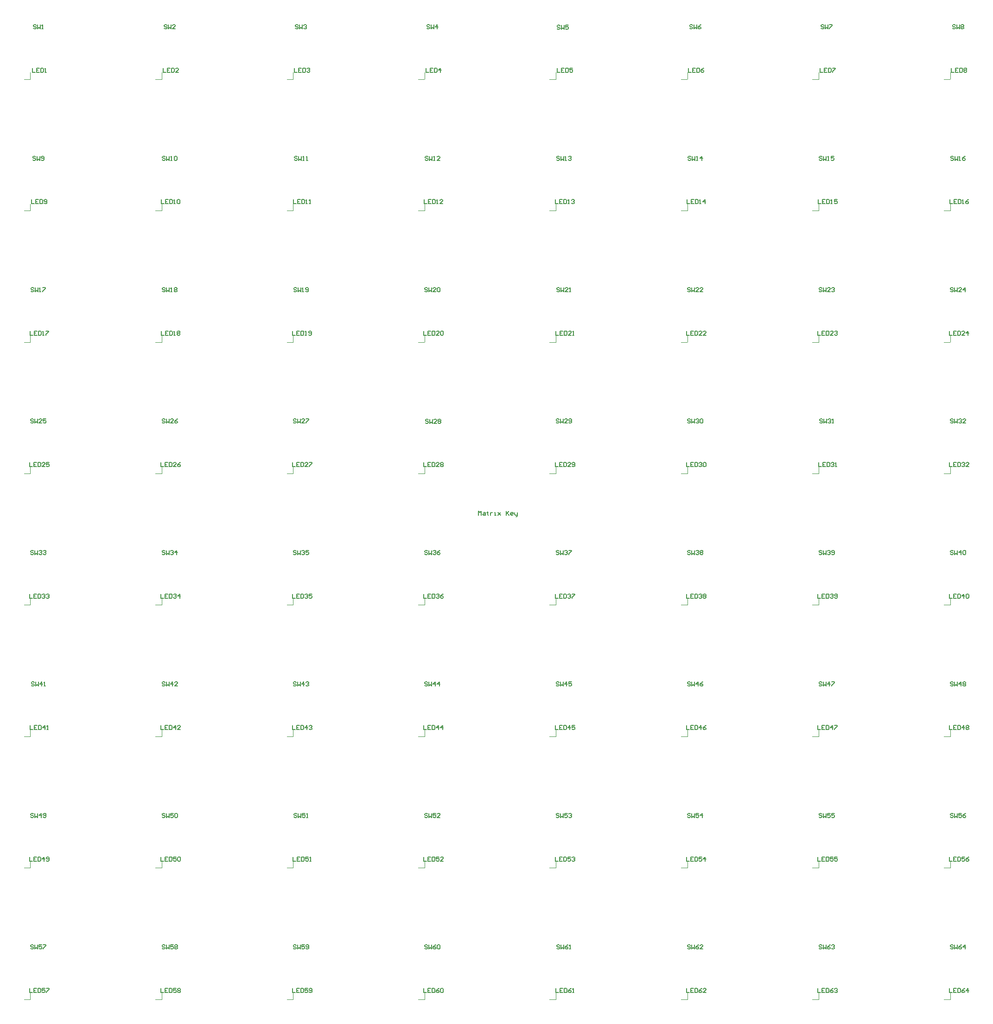
<source format=gto>
G04*
G04 #@! TF.GenerationSoftware,Altium Limited,Altium Designer,18.1.5 (160)*
G04*
G04 Layer_Color=65535*
%FSLAX25Y25*%
%MOIN*%
G70*
G01*
G75*
%ADD10C,0.00394*%
%ADD11C,0.00500*%
D10*
X419397Y806650D02*
X419497Y806750D01*
Y806850D02*
Y811450D01*
X414897Y806650D02*
X419397D01*
X509385D02*
X513885D01*
X513985Y806850D02*
Y811450D01*
X513885Y806650D02*
X513985Y806750D01*
X608373Y806650D02*
X608473Y806750D01*
Y806850D02*
Y811450D01*
X603873Y806650D02*
X608373D01*
X698361D02*
X702861D01*
X702961Y806850D02*
Y811450D01*
X702861Y806650D02*
X702961Y806750D01*
X797350Y806650D02*
X797450Y806750D01*
Y806850D02*
Y811450D01*
X792850Y806650D02*
X797350D01*
X320409D02*
X324909D01*
X325009Y806850D02*
Y811450D01*
X324909Y806650D02*
X325009Y806750D01*
X230420Y806650D02*
X230521Y806750D01*
Y806850D02*
Y811450D01*
X225921Y806650D02*
X230420D01*
X131432D02*
X135932D01*
X136032Y806850D02*
Y811450D01*
X135932Y806650D02*
X136032Y806750D01*
X419397Y145232D02*
X419497Y145332D01*
Y145432D02*
Y150032D01*
X414897Y145232D02*
X419397D01*
X509385D02*
X513885D01*
X513985Y145432D02*
Y150032D01*
X513885Y145232D02*
X513985Y145332D01*
X608373Y145232D02*
X608473Y145332D01*
Y145432D02*
Y150032D01*
X603873Y145232D02*
X608373D01*
X698361D02*
X702861D01*
X702961Y145432D02*
Y150032D01*
X702861Y145232D02*
X702961Y145332D01*
X797350Y145232D02*
X797450Y145332D01*
Y145432D02*
Y150032D01*
X792850Y145232D02*
X797350D01*
X320409D02*
X324909D01*
X325009Y145432D02*
Y150032D01*
X324909Y145232D02*
X325009Y145332D01*
X230420Y145232D02*
X230521Y145332D01*
Y145432D02*
Y150032D01*
X225921Y145232D02*
X230420D01*
X131432D02*
X135932D01*
X136032Y145432D02*
Y150032D01*
X135932Y145232D02*
X136032Y145332D01*
X419397Y239721D02*
X419497Y239821D01*
Y239920D02*
Y244520D01*
X414897Y239721D02*
X419397D01*
X509385D02*
X513885D01*
X513985Y239920D02*
Y244520D01*
X513885Y239721D02*
X513985Y239821D01*
X608373Y239721D02*
X608473Y239821D01*
Y239920D02*
Y244520D01*
X603873Y239721D02*
X608373D01*
X698361D02*
X702861D01*
X702961Y239920D02*
Y244520D01*
X702861Y239721D02*
X702961Y239821D01*
X797350Y239721D02*
X797450Y239821D01*
Y239920D02*
Y244520D01*
X792850Y239721D02*
X797350D01*
X320409D02*
X324909D01*
X325009Y239920D02*
Y244520D01*
X324909Y239721D02*
X325009Y239821D01*
X230420Y239721D02*
X230521Y239821D01*
Y239920D02*
Y244520D01*
X225921Y239721D02*
X230420D01*
X131432D02*
X135932D01*
X136032Y239920D02*
Y244520D01*
X135932Y239721D02*
X136032Y239821D01*
X419397Y334209D02*
X419497Y334309D01*
Y334409D02*
Y339009D01*
X414897Y334209D02*
X419397D01*
X509385D02*
X513885D01*
X513985Y334409D02*
Y339009D01*
X513885Y334209D02*
X513985Y334309D01*
X608373Y334209D02*
X608473Y334309D01*
Y334409D02*
Y339009D01*
X603873Y334209D02*
X608373D01*
X698361D02*
X702861D01*
X702961Y334409D02*
Y339009D01*
X702861Y334209D02*
X702961Y334309D01*
X797350Y334209D02*
X797450Y334309D01*
Y334409D02*
Y339009D01*
X792850Y334209D02*
X797350D01*
X320409D02*
X324909D01*
X325009Y334409D02*
Y339009D01*
X324909Y334209D02*
X325009Y334309D01*
X230420Y334209D02*
X230521Y334309D01*
Y334409D02*
Y339009D01*
X225921Y334209D02*
X230420D01*
X131432D02*
X135932D01*
X136032Y334409D02*
Y339009D01*
X135932Y334209D02*
X136032Y334309D01*
X419397Y712161D02*
X419497Y712261D01*
Y712361D02*
Y716961D01*
X414897Y712161D02*
X419397D01*
X509385D02*
X513885D01*
X513985Y712361D02*
Y716961D01*
X513885Y712161D02*
X513985Y712261D01*
X608373Y712161D02*
X608473Y712261D01*
Y712361D02*
Y716961D01*
X603873Y712161D02*
X608373D01*
X698361D02*
X702861D01*
X702961Y712361D02*
Y716961D01*
X702861Y712161D02*
X702961Y712261D01*
X797350Y712161D02*
X797450Y712261D01*
Y712361D02*
Y716961D01*
X792850Y712161D02*
X797350D01*
X320409D02*
X324909D01*
X325009Y712361D02*
Y716961D01*
X324909Y712161D02*
X325009Y712261D01*
X230420Y712161D02*
X230521Y712261D01*
Y712361D02*
Y716961D01*
X225921Y712161D02*
X230420D01*
X131432D02*
X135932D01*
X136032Y712361D02*
Y716961D01*
X135932Y712161D02*
X136032Y712261D01*
X419397Y617673D02*
X419497Y617773D01*
Y617873D02*
Y622473D01*
X414897Y617673D02*
X419397D01*
X509385D02*
X513885D01*
X513985Y617873D02*
Y622473D01*
X513885Y617673D02*
X513985Y617773D01*
X608373Y617673D02*
X608473Y617773D01*
Y617873D02*
Y622473D01*
X603873Y617673D02*
X608373D01*
X698361D02*
X702861D01*
X702961Y617873D02*
Y622473D01*
X702861Y617673D02*
X702961Y617773D01*
X797350Y617673D02*
X797450Y617773D01*
Y617873D02*
Y622473D01*
X792850Y617673D02*
X797350D01*
X320409D02*
X324909D01*
X325009Y617873D02*
Y622473D01*
X324909Y617673D02*
X325009Y617773D01*
X230420Y617673D02*
X230521Y617773D01*
Y617873D02*
Y622473D01*
X225921Y617673D02*
X230420D01*
X131432D02*
X135932D01*
X136032Y617873D02*
Y622473D01*
X135932Y617673D02*
X136032Y617773D01*
X419397Y523185D02*
X419497Y523285D01*
Y523385D02*
Y527985D01*
X414897Y523185D02*
X419397D01*
X509385D02*
X513885D01*
X513985Y523385D02*
Y527985D01*
X513885Y523185D02*
X513985Y523285D01*
X608373Y523185D02*
X608473Y523285D01*
Y523385D02*
Y527985D01*
X603873Y523185D02*
X608373D01*
X698361D02*
X702861D01*
X702961Y523385D02*
Y527985D01*
X702861Y523185D02*
X702961Y523285D01*
X797350Y523185D02*
X797450Y523285D01*
Y523385D02*
Y527985D01*
X792850Y523185D02*
X797350D01*
X320409D02*
X324909D01*
X325009Y523385D02*
Y527985D01*
X324909Y523185D02*
X325009Y523285D01*
X230420Y523185D02*
X230521Y523285D01*
Y523385D02*
Y527985D01*
X225921Y523185D02*
X230420D01*
X131432D02*
X135932D01*
X136032Y523385D02*
Y527985D01*
X135932Y523185D02*
X136032Y523285D01*
X135932Y428697D02*
X136032Y428797D01*
Y428897D02*
Y433497D01*
X131432Y428697D02*
X135932D01*
X225921D02*
X230420D01*
X230521Y428897D02*
Y433497D01*
X230420Y428697D02*
X230521Y428797D01*
X324909Y428697D02*
X325009Y428797D01*
Y428897D02*
Y433497D01*
X320409Y428697D02*
X324909D01*
X792850D02*
X797350D01*
X797450Y428897D02*
Y433497D01*
X797350Y428697D02*
X797450Y428797D01*
X702861Y428697D02*
X702961Y428797D01*
Y428897D02*
Y433497D01*
X698361Y428697D02*
X702861D01*
X603873D02*
X608373D01*
X608473Y428897D02*
Y433497D01*
X608373Y428697D02*
X608473Y428797D01*
X513885Y428697D02*
X513985Y428797D01*
Y428897D02*
Y433497D01*
X509385Y428697D02*
X513885D01*
X414897D02*
X419397D01*
X419497Y428897D02*
Y433497D01*
X419397Y428697D02*
X419497Y428797D01*
D11*
X458400Y493200D02*
Y496199D01*
X459400Y495199D01*
X460399Y496199D01*
Y493200D01*
X461899Y495199D02*
X462898D01*
X463398Y494699D01*
Y493200D01*
X461899D01*
X461399Y493700D01*
X461899Y494200D01*
X463398D01*
X464898Y495699D02*
Y495199D01*
X464398D01*
X465398D01*
X464898D01*
Y493700D01*
X465398Y493200D01*
X466897Y495199D02*
Y493200D01*
Y494200D01*
X467397Y494699D01*
X467897Y495199D01*
X468397D01*
X469896Y493200D02*
X470896D01*
X470396D01*
Y495199D01*
X469896D01*
X472396D02*
X474395Y493200D01*
X473395Y494200D01*
X474395Y495199D01*
X472396Y493200D01*
X478394Y496199D02*
Y493200D01*
Y494200D01*
X480393Y496199D01*
X478893Y494699D01*
X480393Y493200D01*
X482892D02*
X481892D01*
X481393Y493700D01*
Y494699D01*
X481892Y495199D01*
X482892D01*
X483392Y494699D01*
Y494200D01*
X481393D01*
X484392Y495199D02*
Y493700D01*
X484891Y493200D01*
X486391D01*
Y492700D01*
X485891Y492200D01*
X485391D01*
X486391Y493200D02*
Y495199D01*
X421699Y467399D02*
X421200Y467899D01*
X420200D01*
X419700Y467399D01*
Y466899D01*
X420200Y466399D01*
X421200D01*
X421699Y465900D01*
Y465400D01*
X421200Y464900D01*
X420200D01*
X419700Y465400D01*
X422699Y467899D02*
Y464900D01*
X423699Y465900D01*
X424698Y464900D01*
Y467899D01*
X425698Y467399D02*
X426198Y467899D01*
X427198D01*
X427697Y467399D01*
Y466899D01*
X427198Y466399D01*
X426698D01*
X427198D01*
X427697Y465900D01*
Y465400D01*
X427198Y464900D01*
X426198D01*
X425698Y465400D01*
X430696Y467899D02*
X429697Y467399D01*
X428697Y466399D01*
Y465400D01*
X429197Y464900D01*
X430197D01*
X430696Y465400D01*
Y465900D01*
X430197Y466399D01*
X428697D01*
X516199Y467399D02*
X515699Y467899D01*
X514700D01*
X514200Y467399D01*
Y466899D01*
X514700Y466399D01*
X515699D01*
X516199Y465900D01*
Y465400D01*
X515699Y464900D01*
X514700D01*
X514200Y465400D01*
X517199Y467899D02*
Y464900D01*
X518199Y465900D01*
X519198Y464900D01*
Y467899D01*
X520198Y467399D02*
X520698Y467899D01*
X521698D01*
X522197Y467399D01*
Y466899D01*
X521698Y466399D01*
X521198D01*
X521698D01*
X522197Y465900D01*
Y465400D01*
X521698Y464900D01*
X520698D01*
X520198Y465400D01*
X523197Y467899D02*
X525196D01*
Y467399D01*
X523197Y465400D01*
Y464900D01*
X610699Y467399D02*
X610199Y467899D01*
X609200D01*
X608700Y467399D01*
Y466899D01*
X609200Y466399D01*
X610199D01*
X610699Y465900D01*
Y465400D01*
X610199Y464900D01*
X609200D01*
X608700Y465400D01*
X611699Y467899D02*
Y464900D01*
X612699Y465900D01*
X613698Y464900D01*
Y467899D01*
X614698Y467399D02*
X615198Y467899D01*
X616198D01*
X616697Y467399D01*
Y466899D01*
X616198Y466399D01*
X615698D01*
X616198D01*
X616697Y465900D01*
Y465400D01*
X616198Y464900D01*
X615198D01*
X614698Y465400D01*
X617697Y467399D02*
X618197Y467899D01*
X619197D01*
X619696Y467399D01*
Y466899D01*
X619197Y466399D01*
X619696Y465900D01*
Y465400D01*
X619197Y464900D01*
X618197D01*
X617697Y465400D01*
Y465900D01*
X618197Y466399D01*
X617697Y466899D01*
Y467399D01*
X618197Y466399D02*
X619197D01*
X705199Y467399D02*
X704700Y467899D01*
X703700D01*
X703200Y467399D01*
Y466899D01*
X703700Y466399D01*
X704700D01*
X705199Y465900D01*
Y465400D01*
X704700Y464900D01*
X703700D01*
X703200Y465400D01*
X706199Y467899D02*
Y464900D01*
X707199Y465900D01*
X708198Y464900D01*
Y467899D01*
X709198Y467399D02*
X709698Y467899D01*
X710698D01*
X711197Y467399D01*
Y466899D01*
X710698Y466399D01*
X710198D01*
X710698D01*
X711197Y465900D01*
Y465400D01*
X710698Y464900D01*
X709698D01*
X709198Y465400D01*
X712197D02*
X712697Y464900D01*
X713697D01*
X714196Y465400D01*
Y467399D01*
X713697Y467899D01*
X712697D01*
X712197Y467399D01*
Y466899D01*
X712697Y466399D01*
X714196D01*
X799699Y467399D02*
X799199Y467899D01*
X798200D01*
X797700Y467399D01*
Y466899D01*
X798200Y466399D01*
X799199D01*
X799699Y465900D01*
Y465400D01*
X799199Y464900D01*
X798200D01*
X797700Y465400D01*
X800699Y467899D02*
Y464900D01*
X801699Y465900D01*
X802698Y464900D01*
Y467899D01*
X805198Y464900D02*
Y467899D01*
X803698Y466399D01*
X805697D01*
X806697Y467399D02*
X807197Y467899D01*
X808197D01*
X808696Y467399D01*
Y465400D01*
X808197Y464900D01*
X807197D01*
X806697Y465400D01*
Y467399D01*
X327199D02*
X326699Y467899D01*
X325700D01*
X325200Y467399D01*
Y466899D01*
X325700Y466399D01*
X326699D01*
X327199Y465900D01*
Y465400D01*
X326699Y464900D01*
X325700D01*
X325200Y465400D01*
X328199Y467899D02*
Y464900D01*
X329199Y465900D01*
X330198Y464900D01*
Y467899D01*
X331198Y467399D02*
X331698Y467899D01*
X332698D01*
X333197Y467399D01*
Y466899D01*
X332698Y466399D01*
X332198D01*
X332698D01*
X333197Y465900D01*
Y465400D01*
X332698Y464900D01*
X331698D01*
X331198Y465400D01*
X336196Y467899D02*
X334197D01*
Y466399D01*
X335197Y466899D01*
X335697D01*
X336196Y466399D01*
Y465400D01*
X335697Y464900D01*
X334697D01*
X334197Y465400D01*
X232799Y467399D02*
X232299Y467899D01*
X231300D01*
X230800Y467399D01*
Y466899D01*
X231300Y466399D01*
X232299D01*
X232799Y465900D01*
Y465400D01*
X232299Y464900D01*
X231300D01*
X230800Y465400D01*
X233799Y467899D02*
Y464900D01*
X234799Y465900D01*
X235798Y464900D01*
Y467899D01*
X236798Y467399D02*
X237298Y467899D01*
X238298D01*
X238797Y467399D01*
Y466899D01*
X238298Y466399D01*
X237798D01*
X238298D01*
X238797Y465900D01*
Y465400D01*
X238298Y464900D01*
X237298D01*
X236798Y465400D01*
X241297Y464900D02*
Y467899D01*
X239797Y466399D01*
X241796D01*
X138299Y467399D02*
X137800Y467899D01*
X136800D01*
X136300Y467399D01*
Y466899D01*
X136800Y466399D01*
X137800D01*
X138299Y465900D01*
Y465400D01*
X137800Y464900D01*
X136800D01*
X136300Y465400D01*
X139299Y467899D02*
Y464900D01*
X140299Y465900D01*
X141298Y464900D01*
Y467899D01*
X142298Y467399D02*
X142798Y467899D01*
X143798D01*
X144297Y467399D01*
Y466899D01*
X143798Y466399D01*
X143298D01*
X143798D01*
X144297Y465900D01*
Y465400D01*
X143798Y464900D01*
X142798D01*
X142298Y465400D01*
X145297Y467399D02*
X145797Y467899D01*
X146797D01*
X147296Y467399D01*
Y466899D01*
X146797Y466399D01*
X146297D01*
X146797D01*
X147296Y465900D01*
Y465400D01*
X146797Y464900D01*
X145797D01*
X145297Y465400D01*
X138299Y561899D02*
X137800Y562399D01*
X136800D01*
X136300Y561899D01*
Y561399D01*
X136800Y560899D01*
X137800D01*
X138299Y560400D01*
Y559900D01*
X137800Y559400D01*
X136800D01*
X136300Y559900D01*
X139299Y562399D02*
Y559400D01*
X140299Y560400D01*
X141298Y559400D01*
Y562399D01*
X144297Y559400D02*
X142298D01*
X144297Y561399D01*
Y561899D01*
X143798Y562399D01*
X142798D01*
X142298Y561899D01*
X147296Y562399D02*
X145297D01*
Y560899D01*
X146297Y561399D01*
X146797D01*
X147296Y560899D01*
Y559900D01*
X146797Y559400D01*
X145797D01*
X145297Y559900D01*
X232799Y561899D02*
X232299Y562399D01*
X231300D01*
X230800Y561899D01*
Y561399D01*
X231300Y560899D01*
X232299D01*
X232799Y560400D01*
Y559900D01*
X232299Y559400D01*
X231300D01*
X230800Y559900D01*
X233799Y562399D02*
Y559400D01*
X234799Y560400D01*
X235798Y559400D01*
Y562399D01*
X238797Y559400D02*
X236798D01*
X238797Y561399D01*
Y561899D01*
X238298Y562399D01*
X237298D01*
X236798Y561899D01*
X241796Y562399D02*
X240797Y561899D01*
X239797Y560899D01*
Y559900D01*
X240297Y559400D01*
X241297D01*
X241796Y559900D01*
Y560400D01*
X241297Y560899D01*
X239797D01*
X327199Y561899D02*
X326699Y562399D01*
X325700D01*
X325200Y561899D01*
Y561399D01*
X325700Y560899D01*
X326699D01*
X327199Y560400D01*
Y559900D01*
X326699Y559400D01*
X325700D01*
X325200Y559900D01*
X328199Y562399D02*
Y559400D01*
X329199Y560400D01*
X330198Y559400D01*
Y562399D01*
X333197Y559400D02*
X331198D01*
X333197Y561399D01*
Y561899D01*
X332698Y562399D01*
X331698D01*
X331198Y561899D01*
X334197Y562399D02*
X336196D01*
Y561899D01*
X334197Y559900D01*
Y559400D01*
X799699Y561899D02*
X799199Y562399D01*
X798200D01*
X797700Y561899D01*
Y561399D01*
X798200Y560899D01*
X799199D01*
X799699Y560400D01*
Y559900D01*
X799199Y559400D01*
X798200D01*
X797700Y559900D01*
X800699Y562399D02*
Y559400D01*
X801699Y560400D01*
X802698Y559400D01*
Y562399D01*
X803698Y561899D02*
X804198Y562399D01*
X805198D01*
X805697Y561899D01*
Y561399D01*
X805198Y560899D01*
X804698D01*
X805198D01*
X805697Y560400D01*
Y559900D01*
X805198Y559400D01*
X804198D01*
X803698Y559900D01*
X808696Y559400D02*
X806697D01*
X808696Y561399D01*
Y561899D01*
X808197Y562399D01*
X807197D01*
X806697Y561899D01*
X705699D02*
X705199Y562399D01*
X704200D01*
X703700Y561899D01*
Y561399D01*
X704200Y560899D01*
X705199D01*
X705699Y560400D01*
Y559900D01*
X705199Y559400D01*
X704200D01*
X703700Y559900D01*
X706699Y562399D02*
Y559400D01*
X707699Y560400D01*
X708698Y559400D01*
Y562399D01*
X709698Y561899D02*
X710198Y562399D01*
X711198D01*
X711697Y561899D01*
Y561399D01*
X711198Y560899D01*
X710698D01*
X711198D01*
X711697Y560400D01*
Y559900D01*
X711198Y559400D01*
X710198D01*
X709698Y559900D01*
X712697Y559400D02*
X713697D01*
X713197D01*
Y562399D01*
X712697Y561899D01*
X610699D02*
X610199Y562399D01*
X609200D01*
X608700Y561899D01*
Y561399D01*
X609200Y560899D01*
X610199D01*
X610699Y560400D01*
Y559900D01*
X610199Y559400D01*
X609200D01*
X608700Y559900D01*
X611699Y562399D02*
Y559400D01*
X612699Y560400D01*
X613698Y559400D01*
Y562399D01*
X614698Y561899D02*
X615198Y562399D01*
X616198D01*
X616697Y561899D01*
Y561399D01*
X616198Y560899D01*
X615698D01*
X616198D01*
X616697Y560400D01*
Y559900D01*
X616198Y559400D01*
X615198D01*
X614698Y559900D01*
X617697Y561899D02*
X618197Y562399D01*
X619197D01*
X619696Y561899D01*
Y559900D01*
X619197Y559400D01*
X618197D01*
X617697Y559900D01*
Y561899D01*
X516199D02*
X515699Y562399D01*
X514700D01*
X514200Y561899D01*
Y561399D01*
X514700Y560899D01*
X515699D01*
X516199Y560400D01*
Y559900D01*
X515699Y559400D01*
X514700D01*
X514200Y559900D01*
X517199Y562399D02*
Y559400D01*
X518199Y560400D01*
X519198Y559400D01*
Y562399D01*
X522197Y559400D02*
X520198D01*
X522197Y561399D01*
Y561899D01*
X521698Y562399D01*
X520698D01*
X520198Y561899D01*
X523197Y559900D02*
X523697Y559400D01*
X524697D01*
X525196Y559900D01*
Y561899D01*
X524697Y562399D01*
X523697D01*
X523197Y561899D01*
Y561399D01*
X523697Y560899D01*
X525196D01*
X422199Y561799D02*
X421699Y562299D01*
X420700D01*
X420200Y561799D01*
Y561299D01*
X420700Y560800D01*
X421699D01*
X422199Y560300D01*
Y559800D01*
X421699Y559300D01*
X420700D01*
X420200Y559800D01*
X423199Y562299D02*
Y559300D01*
X424199Y560300D01*
X425198Y559300D01*
Y562299D01*
X428197Y559300D02*
X426198D01*
X428197Y561299D01*
Y561799D01*
X427698Y562299D01*
X426698D01*
X426198Y561799D01*
X429197D02*
X429697Y562299D01*
X430697D01*
X431196Y561799D01*
Y561299D01*
X430697Y560800D01*
X431196Y560300D01*
Y559800D01*
X430697Y559300D01*
X429697D01*
X429197Y559800D01*
Y560300D01*
X429697Y560800D01*
X429197Y561299D01*
Y561799D01*
X429697Y560800D02*
X430697D01*
X138499Y656299D02*
X137999Y656799D01*
X137000D01*
X136500Y656299D01*
Y655799D01*
X137000Y655300D01*
X137999D01*
X138499Y654800D01*
Y654300D01*
X137999Y653800D01*
X137000D01*
X136500Y654300D01*
X139499Y656799D02*
Y653800D01*
X140499Y654800D01*
X141498Y653800D01*
Y656799D01*
X142498Y653800D02*
X143498D01*
X142998D01*
Y656799D01*
X142498Y656299D01*
X144997Y656799D02*
X146997D01*
Y656299D01*
X144997Y654300D01*
Y653800D01*
X232999Y656299D02*
X232500Y656799D01*
X231500D01*
X231000Y656299D01*
Y655799D01*
X231500Y655300D01*
X232500D01*
X232999Y654800D01*
Y654300D01*
X232500Y653800D01*
X231500D01*
X231000Y654300D01*
X233999Y656799D02*
Y653800D01*
X234999Y654800D01*
X235998Y653800D01*
Y656799D01*
X236998Y653800D02*
X237998D01*
X237498D01*
Y656799D01*
X236998Y656299D01*
X239497D02*
X239997Y656799D01*
X240997D01*
X241497Y656299D01*
Y655799D01*
X240997Y655300D01*
X241497Y654800D01*
Y654300D01*
X240997Y653800D01*
X239997D01*
X239497Y654300D01*
Y654800D01*
X239997Y655300D01*
X239497Y655799D01*
Y656299D01*
X239997Y655300D02*
X240997D01*
X327499Y656299D02*
X326999Y656799D01*
X326000D01*
X325500Y656299D01*
Y655799D01*
X326000Y655300D01*
X326999D01*
X327499Y654800D01*
Y654300D01*
X326999Y653800D01*
X326000D01*
X325500Y654300D01*
X328499Y656799D02*
Y653800D01*
X329499Y654800D01*
X330498Y653800D01*
Y656799D01*
X331498Y653800D02*
X332498D01*
X331998D01*
Y656799D01*
X331498Y656299D01*
X333997Y654300D02*
X334497Y653800D01*
X335497D01*
X335997Y654300D01*
Y656299D01*
X335497Y656799D01*
X334497D01*
X333997Y656299D01*
Y655799D01*
X334497Y655300D01*
X335997D01*
X799699Y656299D02*
X799199Y656799D01*
X798200D01*
X797700Y656299D01*
Y655799D01*
X798200Y655300D01*
X799199D01*
X799699Y654800D01*
Y654300D01*
X799199Y653800D01*
X798200D01*
X797700Y654300D01*
X800699Y656799D02*
Y653800D01*
X801699Y654800D01*
X802698Y653800D01*
Y656799D01*
X805697Y653800D02*
X803698D01*
X805697Y655799D01*
Y656299D01*
X805198Y656799D01*
X804198D01*
X803698Y656299D01*
X808197Y653800D02*
Y656799D01*
X806697Y655300D01*
X808696D01*
X705199Y656299D02*
X704700Y656799D01*
X703700D01*
X703200Y656299D01*
Y655799D01*
X703700Y655300D01*
X704700D01*
X705199Y654800D01*
Y654300D01*
X704700Y653800D01*
X703700D01*
X703200Y654300D01*
X706199Y656799D02*
Y653800D01*
X707199Y654800D01*
X708198Y653800D01*
Y656799D01*
X711197Y653800D02*
X709198D01*
X711197Y655799D01*
Y656299D01*
X710698Y656799D01*
X709698D01*
X709198Y656299D01*
X712197D02*
X712697Y656799D01*
X713697D01*
X714196Y656299D01*
Y655799D01*
X713697Y655300D01*
X713197D01*
X713697D01*
X714196Y654800D01*
Y654300D01*
X713697Y653800D01*
X712697D01*
X712197Y654300D01*
X610699Y656299D02*
X610199Y656799D01*
X609200D01*
X608700Y656299D01*
Y655799D01*
X609200Y655300D01*
X610199D01*
X610699Y654800D01*
Y654300D01*
X610199Y653800D01*
X609200D01*
X608700Y654300D01*
X611699Y656799D02*
Y653800D01*
X612699Y654800D01*
X613698Y653800D01*
Y656799D01*
X616697Y653800D02*
X614698D01*
X616697Y655799D01*
Y656299D01*
X616198Y656799D01*
X615198D01*
X614698Y656299D01*
X619696Y653800D02*
X617697D01*
X619696Y655799D01*
Y656299D01*
X619197Y656799D01*
X618197D01*
X617697Y656299D01*
X516699D02*
X516199Y656799D01*
X515200D01*
X514700Y656299D01*
Y655799D01*
X515200Y655300D01*
X516199D01*
X516699Y654800D01*
Y654300D01*
X516199Y653800D01*
X515200D01*
X514700Y654300D01*
X517699Y656799D02*
Y653800D01*
X518699Y654800D01*
X519698Y653800D01*
Y656799D01*
X522697Y653800D02*
X520698D01*
X522697Y655799D01*
Y656299D01*
X522198Y656799D01*
X521198D01*
X520698Y656299D01*
X523697Y653800D02*
X524697D01*
X524197D01*
Y656799D01*
X523697Y656299D01*
X421699D02*
X421200Y656799D01*
X420200D01*
X419700Y656299D01*
Y655799D01*
X420200Y655300D01*
X421200D01*
X421699Y654800D01*
Y654300D01*
X421200Y653800D01*
X420200D01*
X419700Y654300D01*
X422699Y656799D02*
Y653800D01*
X423699Y654800D01*
X424698Y653800D01*
Y656799D01*
X427697Y653800D02*
X425698D01*
X427697Y655799D01*
Y656299D01*
X427198Y656799D01*
X426198D01*
X425698Y656299D01*
X428697D02*
X429197Y656799D01*
X430197D01*
X430696Y656299D01*
Y654300D01*
X430197Y653800D01*
X429197D01*
X428697Y654300D01*
Y656299D01*
X139799Y750799D02*
X139299Y751299D01*
X138300D01*
X137800Y750799D01*
Y750299D01*
X138300Y749799D01*
X139299D01*
X139799Y749300D01*
Y748800D01*
X139299Y748300D01*
X138300D01*
X137800Y748800D01*
X140799Y751299D02*
Y748300D01*
X141799Y749300D01*
X142798Y748300D01*
Y751299D01*
X143798Y748800D02*
X144298Y748300D01*
X145298D01*
X145797Y748800D01*
Y750799D01*
X145298Y751299D01*
X144298D01*
X143798Y750799D01*
Y750299D01*
X144298Y749799D01*
X145797D01*
X232999Y750799D02*
X232500Y751299D01*
X231500D01*
X231000Y750799D01*
Y750299D01*
X231500Y749799D01*
X232500D01*
X232999Y749300D01*
Y748800D01*
X232500Y748300D01*
X231500D01*
X231000Y748800D01*
X233999Y751299D02*
Y748300D01*
X234999Y749300D01*
X235998Y748300D01*
Y751299D01*
X236998Y748300D02*
X237998D01*
X237498D01*
Y751299D01*
X236998Y750799D01*
X239497D02*
X239997Y751299D01*
X240997D01*
X241497Y750799D01*
Y748800D01*
X240997Y748300D01*
X239997D01*
X239497Y748800D01*
Y750799D01*
X327999D02*
X327500Y751299D01*
X326500D01*
X326000Y750799D01*
Y750299D01*
X326500Y749799D01*
X327500D01*
X327999Y749300D01*
Y748800D01*
X327500Y748300D01*
X326500D01*
X326000Y748800D01*
X328999Y751299D02*
Y748300D01*
X329999Y749300D01*
X330998Y748300D01*
Y751299D01*
X331998Y748300D02*
X332998D01*
X332498D01*
Y751299D01*
X331998Y750799D01*
X334497Y748300D02*
X335497D01*
X334997D01*
Y751299D01*
X334497Y750799D01*
X799899D02*
X799400Y751299D01*
X798400D01*
X797900Y750799D01*
Y750299D01*
X798400Y749799D01*
X799400D01*
X799899Y749300D01*
Y748800D01*
X799400Y748300D01*
X798400D01*
X797900Y748800D01*
X800899Y751299D02*
Y748300D01*
X801899Y749300D01*
X802898Y748300D01*
Y751299D01*
X803898Y748300D02*
X804898D01*
X804398D01*
Y751299D01*
X803898Y750799D01*
X808397Y751299D02*
X807397Y750799D01*
X806397Y749799D01*
Y748800D01*
X806897Y748300D01*
X807897D01*
X808397Y748800D01*
Y749300D01*
X807897Y749799D01*
X806397D01*
X705399Y750799D02*
X704900Y751299D01*
X703900D01*
X703400Y750799D01*
Y750299D01*
X703900Y749799D01*
X704900D01*
X705399Y749300D01*
Y748800D01*
X704900Y748300D01*
X703900D01*
X703400Y748800D01*
X706399Y751299D02*
Y748300D01*
X707399Y749300D01*
X708398Y748300D01*
Y751299D01*
X709398Y748300D02*
X710398D01*
X709898D01*
Y751299D01*
X709398Y750799D01*
X713897Y751299D02*
X711897D01*
Y749799D01*
X712897Y750299D01*
X713397D01*
X713897Y749799D01*
Y748800D01*
X713397Y748300D01*
X712397D01*
X711897Y748800D01*
X610999Y750799D02*
X610499Y751299D01*
X609500D01*
X609000Y750799D01*
Y750299D01*
X609500Y749799D01*
X610499D01*
X610999Y749300D01*
Y748800D01*
X610499Y748300D01*
X609500D01*
X609000Y748800D01*
X611999Y751299D02*
Y748300D01*
X612999Y749300D01*
X613998Y748300D01*
Y751299D01*
X614998Y748300D02*
X615998D01*
X615498D01*
Y751299D01*
X614998Y750799D01*
X618997Y748300D02*
Y751299D01*
X617497Y749799D01*
X619497D01*
X516499Y750799D02*
X516000Y751299D01*
X515000D01*
X514500Y750799D01*
Y750299D01*
X515000Y749799D01*
X516000D01*
X516499Y749300D01*
Y748800D01*
X516000Y748300D01*
X515000D01*
X514500Y748800D01*
X517499Y751299D02*
Y748300D01*
X518499Y749300D01*
X519498Y748300D01*
Y751299D01*
X520498Y748300D02*
X521498D01*
X520998D01*
Y751299D01*
X520498Y750799D01*
X522997D02*
X523497Y751299D01*
X524497D01*
X524997Y750799D01*
Y750299D01*
X524497Y749799D01*
X523997D01*
X524497D01*
X524997Y749300D01*
Y748800D01*
X524497Y748300D01*
X523497D01*
X522997Y748800D01*
X421999Y750799D02*
X421499Y751299D01*
X420500D01*
X420000Y750799D01*
Y750299D01*
X420500Y749799D01*
X421499D01*
X421999Y749300D01*
Y748800D01*
X421499Y748300D01*
X420500D01*
X420000Y748800D01*
X422999Y751299D02*
Y748300D01*
X423999Y749300D01*
X424998Y748300D01*
Y751299D01*
X425998Y748300D02*
X426998D01*
X426498D01*
Y751299D01*
X425998Y750799D01*
X430497Y748300D02*
X428497D01*
X430497Y750299D01*
Y750799D01*
X429997Y751299D01*
X428997D01*
X428497Y750799D01*
X138799Y372899D02*
X138300Y373399D01*
X137300D01*
X136800Y372899D01*
Y372399D01*
X137300Y371900D01*
X138300D01*
X138799Y371400D01*
Y370900D01*
X138300Y370400D01*
X137300D01*
X136800Y370900D01*
X139799Y373399D02*
Y370400D01*
X140799Y371400D01*
X141798Y370400D01*
Y373399D01*
X144298Y370400D02*
Y373399D01*
X142798Y371900D01*
X144797D01*
X145797Y370400D02*
X146797D01*
X146297D01*
Y373399D01*
X145797Y372899D01*
X232799D02*
X232299Y373399D01*
X231300D01*
X230800Y372899D01*
Y372399D01*
X231300Y371900D01*
X232299D01*
X232799Y371400D01*
Y370900D01*
X232299Y370400D01*
X231300D01*
X230800Y370900D01*
X233799Y373399D02*
Y370400D01*
X234799Y371400D01*
X235798Y370400D01*
Y373399D01*
X238298Y370400D02*
Y373399D01*
X236798Y371900D01*
X238797D01*
X241796Y370400D02*
X239797D01*
X241796Y372399D01*
Y372899D01*
X241297Y373399D01*
X240297D01*
X239797Y372899D01*
X327199D02*
X326699Y373399D01*
X325700D01*
X325200Y372899D01*
Y372399D01*
X325700Y371900D01*
X326699D01*
X327199Y371400D01*
Y370900D01*
X326699Y370400D01*
X325700D01*
X325200Y370900D01*
X328199Y373399D02*
Y370400D01*
X329199Y371400D01*
X330198Y370400D01*
Y373399D01*
X332698Y370400D02*
Y373399D01*
X331198Y371900D01*
X333197D01*
X334197Y372899D02*
X334697Y373399D01*
X335697D01*
X336196Y372899D01*
Y372399D01*
X335697Y371900D01*
X335197D01*
X335697D01*
X336196Y371400D01*
Y370900D01*
X335697Y370400D01*
X334697D01*
X334197Y370900D01*
X799699Y372899D02*
X799199Y373399D01*
X798200D01*
X797700Y372899D01*
Y372399D01*
X798200Y371900D01*
X799199D01*
X799699Y371400D01*
Y370900D01*
X799199Y370400D01*
X798200D01*
X797700Y370900D01*
X800699Y373399D02*
Y370400D01*
X801699Y371400D01*
X802698Y370400D01*
Y373399D01*
X805198Y370400D02*
Y373399D01*
X803698Y371900D01*
X805697D01*
X806697Y372899D02*
X807197Y373399D01*
X808197D01*
X808696Y372899D01*
Y372399D01*
X808197Y371900D01*
X808696Y371400D01*
Y370900D01*
X808197Y370400D01*
X807197D01*
X806697Y370900D01*
Y371400D01*
X807197Y371900D01*
X806697Y372399D01*
Y372899D01*
X807197Y371900D02*
X808197D01*
X705199Y372899D02*
X704700Y373399D01*
X703700D01*
X703200Y372899D01*
Y372399D01*
X703700Y371900D01*
X704700D01*
X705199Y371400D01*
Y370900D01*
X704700Y370400D01*
X703700D01*
X703200Y370900D01*
X706199Y373399D02*
Y370400D01*
X707199Y371400D01*
X708198Y370400D01*
Y373399D01*
X710698Y370400D02*
Y373399D01*
X709198Y371900D01*
X711197D01*
X712197Y373399D02*
X714196D01*
Y372899D01*
X712197Y370900D01*
Y370400D01*
X610699Y372899D02*
X610199Y373399D01*
X609200D01*
X608700Y372899D01*
Y372399D01*
X609200Y371900D01*
X610199D01*
X610699Y371400D01*
Y370900D01*
X610199Y370400D01*
X609200D01*
X608700Y370900D01*
X611699Y373399D02*
Y370400D01*
X612699Y371400D01*
X613698Y370400D01*
Y373399D01*
X616198Y370400D02*
Y373399D01*
X614698Y371900D01*
X616697D01*
X619696Y373399D02*
X618697Y372899D01*
X617697Y371900D01*
Y370900D01*
X618197Y370400D01*
X619197D01*
X619696Y370900D01*
Y371400D01*
X619197Y371900D01*
X617697D01*
X516199Y372899D02*
X515699Y373399D01*
X514700D01*
X514200Y372899D01*
Y372399D01*
X514700Y371900D01*
X515699D01*
X516199Y371400D01*
Y370900D01*
X515699Y370400D01*
X514700D01*
X514200Y370900D01*
X517199Y373399D02*
Y370400D01*
X518199Y371400D01*
X519198Y370400D01*
Y373399D01*
X521698Y370400D02*
Y373399D01*
X520198Y371900D01*
X522197D01*
X525196Y373399D02*
X523197D01*
Y371900D01*
X524197Y372399D01*
X524697D01*
X525196Y371900D01*
Y370900D01*
X524697Y370400D01*
X523697D01*
X523197Y370900D01*
X421699Y372899D02*
X421200Y373399D01*
X420200D01*
X419700Y372899D01*
Y372399D01*
X420200Y371900D01*
X421200D01*
X421699Y371400D01*
Y370900D01*
X421200Y370400D01*
X420200D01*
X419700Y370900D01*
X422699Y373399D02*
Y370400D01*
X423699Y371400D01*
X424698Y370400D01*
Y373399D01*
X427198Y370400D02*
Y373399D01*
X425698Y371900D01*
X427697D01*
X430197Y370400D02*
Y373399D01*
X428697Y371900D01*
X430696D01*
X138299Y278399D02*
X137800Y278899D01*
X136800D01*
X136300Y278399D01*
Y277899D01*
X136800Y277399D01*
X137800D01*
X138299Y276900D01*
Y276400D01*
X137800Y275900D01*
X136800D01*
X136300Y276400D01*
X139299Y278899D02*
Y275900D01*
X140299Y276900D01*
X141298Y275900D01*
Y278899D01*
X143798Y275900D02*
Y278899D01*
X142298Y277399D01*
X144297D01*
X145297Y276400D02*
X145797Y275900D01*
X146797D01*
X147296Y276400D01*
Y278399D01*
X146797Y278899D01*
X145797D01*
X145297Y278399D01*
Y277899D01*
X145797Y277399D01*
X147296D01*
X232799Y278399D02*
X232299Y278899D01*
X231300D01*
X230800Y278399D01*
Y277899D01*
X231300Y277399D01*
X232299D01*
X232799Y276900D01*
Y276400D01*
X232299Y275900D01*
X231300D01*
X230800Y276400D01*
X233799Y278899D02*
Y275900D01*
X234799Y276900D01*
X235798Y275900D01*
Y278899D01*
X238797D02*
X236798D01*
Y277399D01*
X237798Y277899D01*
X238298D01*
X238797Y277399D01*
Y276400D01*
X238298Y275900D01*
X237298D01*
X236798Y276400D01*
X239797Y278399D02*
X240297Y278899D01*
X241297D01*
X241796Y278399D01*
Y276400D01*
X241297Y275900D01*
X240297D01*
X239797Y276400D01*
Y278399D01*
X327699D02*
X327200Y278899D01*
X326200D01*
X325700Y278399D01*
Y277899D01*
X326200Y277399D01*
X327200D01*
X327699Y276900D01*
Y276400D01*
X327200Y275900D01*
X326200D01*
X325700Y276400D01*
X328699Y278899D02*
Y275900D01*
X329699Y276900D01*
X330698Y275900D01*
Y278899D01*
X333697D02*
X331698D01*
Y277399D01*
X332698Y277899D01*
X333198D01*
X333697Y277399D01*
Y276400D01*
X333198Y275900D01*
X332198D01*
X331698Y276400D01*
X334697Y275900D02*
X335697D01*
X335197D01*
Y278899D01*
X334697Y278399D01*
X799699D02*
X799199Y278899D01*
X798200D01*
X797700Y278399D01*
Y277899D01*
X798200Y277399D01*
X799199D01*
X799699Y276900D01*
Y276400D01*
X799199Y275900D01*
X798200D01*
X797700Y276400D01*
X800699Y278899D02*
Y275900D01*
X801699Y276900D01*
X802698Y275900D01*
Y278899D01*
X805697D02*
X803698D01*
Y277399D01*
X804698Y277899D01*
X805198D01*
X805697Y277399D01*
Y276400D01*
X805198Y275900D01*
X804198D01*
X803698Y276400D01*
X808696Y278899D02*
X807697Y278399D01*
X806697Y277399D01*
Y276400D01*
X807197Y275900D01*
X808197D01*
X808696Y276400D01*
Y276900D01*
X808197Y277399D01*
X806697D01*
X705199Y278399D02*
X704700Y278899D01*
X703700D01*
X703200Y278399D01*
Y277899D01*
X703700Y277399D01*
X704700D01*
X705199Y276900D01*
Y276400D01*
X704700Y275900D01*
X703700D01*
X703200Y276400D01*
X706199Y278899D02*
Y275900D01*
X707199Y276900D01*
X708198Y275900D01*
Y278899D01*
X711197D02*
X709198D01*
Y277399D01*
X710198Y277899D01*
X710698D01*
X711197Y277399D01*
Y276400D01*
X710698Y275900D01*
X709698D01*
X709198Y276400D01*
X714196Y278899D02*
X712197D01*
Y277399D01*
X713197Y277899D01*
X713697D01*
X714196Y277399D01*
Y276400D01*
X713697Y275900D01*
X712697D01*
X712197Y276400D01*
X610699Y278399D02*
X610199Y278899D01*
X609200D01*
X608700Y278399D01*
Y277899D01*
X609200Y277399D01*
X610199D01*
X610699Y276900D01*
Y276400D01*
X610199Y275900D01*
X609200D01*
X608700Y276400D01*
X611699Y278899D02*
Y275900D01*
X612699Y276900D01*
X613698Y275900D01*
Y278899D01*
X616697D02*
X614698D01*
Y277399D01*
X615698Y277899D01*
X616198D01*
X616697Y277399D01*
Y276400D01*
X616198Y275900D01*
X615198D01*
X614698Y276400D01*
X619197Y275900D02*
Y278899D01*
X617697Y277399D01*
X619696D01*
X516199Y278399D02*
X515699Y278899D01*
X514700D01*
X514200Y278399D01*
Y277899D01*
X514700Y277399D01*
X515699D01*
X516199Y276900D01*
Y276400D01*
X515699Y275900D01*
X514700D01*
X514200Y276400D01*
X517199Y278899D02*
Y275900D01*
X518199Y276900D01*
X519198Y275900D01*
Y278899D01*
X522197D02*
X520198D01*
Y277399D01*
X521198Y277899D01*
X521698D01*
X522197Y277399D01*
Y276400D01*
X521698Y275900D01*
X520698D01*
X520198Y276400D01*
X523197Y278399D02*
X523697Y278899D01*
X524697D01*
X525196Y278399D01*
Y277899D01*
X524697Y277399D01*
X524197D01*
X524697D01*
X525196Y276900D01*
Y276400D01*
X524697Y275900D01*
X523697D01*
X523197Y276400D01*
X421699Y278399D02*
X421200Y278899D01*
X420200D01*
X419700Y278399D01*
Y277899D01*
X420200Y277399D01*
X421200D01*
X421699Y276900D01*
Y276400D01*
X421200Y275900D01*
X420200D01*
X419700Y276400D01*
X422699Y278899D02*
Y275900D01*
X423699Y276900D01*
X424698Y275900D01*
Y278899D01*
X427697D02*
X425698D01*
Y277399D01*
X426698Y277899D01*
X427198D01*
X427697Y277399D01*
Y276400D01*
X427198Y275900D01*
X426198D01*
X425698Y276400D01*
X430696Y275900D02*
X428697D01*
X430696Y277899D01*
Y278399D01*
X430197Y278899D01*
X429197D01*
X428697Y278399D01*
X138299Y183899D02*
X137800Y184399D01*
X136800D01*
X136300Y183899D01*
Y183399D01*
X136800Y182899D01*
X137800D01*
X138299Y182400D01*
Y181900D01*
X137800Y181400D01*
X136800D01*
X136300Y181900D01*
X139299Y184399D02*
Y181400D01*
X140299Y182400D01*
X141298Y181400D01*
Y184399D01*
X144297D02*
X142298D01*
Y182899D01*
X143298Y183399D01*
X143798D01*
X144297Y182899D01*
Y181900D01*
X143798Y181400D01*
X142798D01*
X142298Y181900D01*
X145297Y184399D02*
X147296D01*
Y183899D01*
X145297Y181900D01*
Y181400D01*
X232799Y183899D02*
X232299Y184399D01*
X231300D01*
X230800Y183899D01*
Y183399D01*
X231300Y182899D01*
X232299D01*
X232799Y182400D01*
Y181900D01*
X232299Y181400D01*
X231300D01*
X230800Y181900D01*
X233799Y184399D02*
Y181400D01*
X234799Y182400D01*
X235798Y181400D01*
Y184399D01*
X238797D02*
X236798D01*
Y182899D01*
X237798Y183399D01*
X238298D01*
X238797Y182899D01*
Y181900D01*
X238298Y181400D01*
X237298D01*
X236798Y181900D01*
X239797Y183899D02*
X240297Y184399D01*
X241297D01*
X241796Y183899D01*
Y183399D01*
X241297Y182899D01*
X241796Y182400D01*
Y181900D01*
X241297Y181400D01*
X240297D01*
X239797Y181900D01*
Y182400D01*
X240297Y182899D01*
X239797Y183399D01*
Y183899D01*
X240297Y182899D02*
X241297D01*
X327199Y183899D02*
X326699Y184399D01*
X325700D01*
X325200Y183899D01*
Y183399D01*
X325700Y182899D01*
X326699D01*
X327199Y182400D01*
Y181900D01*
X326699Y181400D01*
X325700D01*
X325200Y181900D01*
X328199Y184399D02*
Y181400D01*
X329199Y182400D01*
X330198Y181400D01*
Y184399D01*
X333197D02*
X331198D01*
Y182899D01*
X332198Y183399D01*
X332698D01*
X333197Y182899D01*
Y181900D01*
X332698Y181400D01*
X331698D01*
X331198Y181900D01*
X334197D02*
X334697Y181400D01*
X335697D01*
X336196Y181900D01*
Y183899D01*
X335697Y184399D01*
X334697D01*
X334197Y183899D01*
Y183399D01*
X334697Y182899D01*
X336196D01*
X799699Y183899D02*
X799199Y184399D01*
X798200D01*
X797700Y183899D01*
Y183399D01*
X798200Y182899D01*
X799199D01*
X799699Y182400D01*
Y181900D01*
X799199Y181400D01*
X798200D01*
X797700Y181900D01*
X800699Y184399D02*
Y181400D01*
X801699Y182400D01*
X802698Y181400D01*
Y184399D01*
X805697D02*
X804698Y183899D01*
X803698Y182899D01*
Y181900D01*
X804198Y181400D01*
X805198D01*
X805697Y181900D01*
Y182400D01*
X805198Y182899D01*
X803698D01*
X808197Y181400D02*
Y184399D01*
X806697Y182899D01*
X808696D01*
X705199Y183899D02*
X704700Y184399D01*
X703700D01*
X703200Y183899D01*
Y183399D01*
X703700Y182899D01*
X704700D01*
X705199Y182400D01*
Y181900D01*
X704700Y181400D01*
X703700D01*
X703200Y181900D01*
X706199Y184399D02*
Y181400D01*
X707199Y182400D01*
X708198Y181400D01*
Y184399D01*
X711197D02*
X710198Y183899D01*
X709198Y182899D01*
Y181900D01*
X709698Y181400D01*
X710698D01*
X711197Y181900D01*
Y182400D01*
X710698Y182899D01*
X709198D01*
X712197Y183899D02*
X712697Y184399D01*
X713697D01*
X714196Y183899D01*
Y183399D01*
X713697Y182899D01*
X713197D01*
X713697D01*
X714196Y182400D01*
Y181900D01*
X713697Y181400D01*
X712697D01*
X712197Y181900D01*
X610699Y183899D02*
X610199Y184399D01*
X609200D01*
X608700Y183899D01*
Y183399D01*
X609200Y182899D01*
X610199D01*
X610699Y182400D01*
Y181900D01*
X610199Y181400D01*
X609200D01*
X608700Y181900D01*
X611699Y184399D02*
Y181400D01*
X612699Y182400D01*
X613698Y181400D01*
Y184399D01*
X616697D02*
X615698Y183899D01*
X614698Y182899D01*
Y181900D01*
X615198Y181400D01*
X616198D01*
X616697Y181900D01*
Y182400D01*
X616198Y182899D01*
X614698D01*
X619696Y181400D02*
X617697D01*
X619696Y183399D01*
Y183899D01*
X619197Y184399D01*
X618197D01*
X617697Y183899D01*
X516699D02*
X516199Y184399D01*
X515200D01*
X514700Y183899D01*
Y183399D01*
X515200Y182899D01*
X516199D01*
X516699Y182400D01*
Y181900D01*
X516199Y181400D01*
X515200D01*
X514700Y181900D01*
X517699Y184399D02*
Y181400D01*
X518699Y182400D01*
X519698Y181400D01*
Y184399D01*
X522697D02*
X521698Y183899D01*
X520698Y182899D01*
Y181900D01*
X521198Y181400D01*
X522198D01*
X522697Y181900D01*
Y182400D01*
X522198Y182899D01*
X520698D01*
X523697Y181400D02*
X524697D01*
X524197D01*
Y184399D01*
X523697Y183899D01*
X421699D02*
X421200Y184399D01*
X420200D01*
X419700Y183899D01*
Y183399D01*
X420200Y182899D01*
X421200D01*
X421699Y182400D01*
Y181900D01*
X421200Y181400D01*
X420200D01*
X419700Y181900D01*
X422699Y184399D02*
Y181400D01*
X423699Y182400D01*
X424698Y181400D01*
Y184399D01*
X427697D02*
X426698Y183899D01*
X425698Y182899D01*
Y181900D01*
X426198Y181400D01*
X427198D01*
X427697Y181900D01*
Y182400D01*
X427198Y182899D01*
X425698D01*
X428697Y183899D02*
X429197Y184399D01*
X430197D01*
X430696Y183899D01*
Y181900D01*
X430197Y181400D01*
X429197D01*
X428697Y181900D01*
Y183899D01*
X140299Y845299D02*
X139799Y845799D01*
X138800D01*
X138300Y845299D01*
Y844799D01*
X138800Y844300D01*
X139799D01*
X140299Y843800D01*
Y843300D01*
X139799Y842800D01*
X138800D01*
X138300Y843300D01*
X141299Y845799D02*
Y842800D01*
X142299Y843800D01*
X143298Y842800D01*
Y845799D01*
X144298Y842800D02*
X145298D01*
X144798D01*
Y845799D01*
X144298Y845299D01*
X234299D02*
X233800Y845799D01*
X232800D01*
X232300Y845299D01*
Y844799D01*
X232800Y844300D01*
X233800D01*
X234299Y843800D01*
Y843300D01*
X233800Y842800D01*
X232800D01*
X232300Y843300D01*
X235299Y845799D02*
Y842800D01*
X236299Y843800D01*
X237298Y842800D01*
Y845799D01*
X240297Y842800D02*
X238298D01*
X240297Y844799D01*
Y845299D01*
X239798Y845799D01*
X238798D01*
X238298Y845299D01*
X801199D02*
X800700Y845799D01*
X799700D01*
X799200Y845299D01*
Y844799D01*
X799700Y844300D01*
X800700D01*
X801199Y843800D01*
Y843300D01*
X800700Y842800D01*
X799700D01*
X799200Y843300D01*
X802199Y845799D02*
Y842800D01*
X803199Y843800D01*
X804198Y842800D01*
Y845799D01*
X805198Y845299D02*
X805698Y845799D01*
X806698D01*
X807197Y845299D01*
Y844799D01*
X806698Y844300D01*
X807197Y843800D01*
Y843300D01*
X806698Y842800D01*
X805698D01*
X805198Y843300D01*
Y843800D01*
X805698Y844300D01*
X805198Y844799D01*
Y845299D01*
X805698Y844300D02*
X806698D01*
X706699Y845299D02*
X706200Y845799D01*
X705200D01*
X704700Y845299D01*
Y844799D01*
X705200Y844300D01*
X706200D01*
X706699Y843800D01*
Y843300D01*
X706200Y842800D01*
X705200D01*
X704700Y843300D01*
X707699Y845799D02*
Y842800D01*
X708699Y843800D01*
X709698Y842800D01*
Y845799D01*
X710698D02*
X712697D01*
Y845299D01*
X710698Y843300D01*
Y842800D01*
X423199Y845299D02*
X422699Y845799D01*
X421700D01*
X421200Y845299D01*
Y844799D01*
X421700Y844300D01*
X422699D01*
X423199Y843800D01*
Y843300D01*
X422699Y842800D01*
X421700D01*
X421200Y843300D01*
X424199Y845799D02*
Y842800D01*
X425199Y843800D01*
X426198Y842800D01*
Y845799D01*
X428698Y842800D02*
Y845799D01*
X427198Y844300D01*
X429197D01*
X516873Y844945D02*
X516373Y845445D01*
X515373D01*
X514873Y844945D01*
Y844445D01*
X515373Y843945D01*
X516373D01*
X516873Y843445D01*
Y842945D01*
X516373Y842446D01*
X515373D01*
X514873Y842945D01*
X517872Y845445D02*
Y842446D01*
X518872Y843445D01*
X519872Y842446D01*
Y845445D01*
X522871D02*
X520871D01*
Y843945D01*
X521871Y844445D01*
X522371D01*
X522871Y843945D01*
Y842945D01*
X522371Y842446D01*
X521371D01*
X520871Y842945D01*
X328699Y845299D02*
X328200Y845799D01*
X327200D01*
X326700Y845299D01*
Y844799D01*
X327200Y844300D01*
X328200D01*
X328699Y843800D01*
Y843300D01*
X328200Y842800D01*
X327200D01*
X326700Y843300D01*
X329699Y845799D02*
Y842800D01*
X330699Y843800D01*
X331698Y842800D01*
Y845799D01*
X332698Y845299D02*
X333198Y845799D01*
X334198D01*
X334697Y845299D01*
Y844799D01*
X334198Y844300D01*
X333698D01*
X334198D01*
X334697Y843800D01*
Y843300D01*
X334198Y842800D01*
X333198D01*
X332698Y843300D01*
X612199Y845299D02*
X611699Y845799D01*
X610700D01*
X610200Y845299D01*
Y844799D01*
X610700Y844300D01*
X611699D01*
X612199Y843800D01*
Y843300D01*
X611699Y842800D01*
X610700D01*
X610200Y843300D01*
X613199Y845799D02*
Y842800D01*
X614199Y843800D01*
X615198Y842800D01*
Y845799D01*
X618197D02*
X617198Y845299D01*
X616198Y844300D01*
Y843300D01*
X616698Y842800D01*
X617698D01*
X618197Y843300D01*
Y843800D01*
X617698Y844300D01*
X616198D01*
X420500Y814599D02*
Y811600D01*
X422499D01*
X425498Y814599D02*
X423499D01*
Y811600D01*
X425498D01*
X423499Y813099D02*
X424499D01*
X426498Y814599D02*
Y811600D01*
X427998D01*
X428497Y812100D01*
Y814099D01*
X427998Y814599D01*
X426498D01*
X430997Y811600D02*
Y814599D01*
X429497Y813099D01*
X431496D01*
X515000Y814599D02*
Y811600D01*
X516999D01*
X519998Y814599D02*
X517999D01*
Y811600D01*
X519998D01*
X517999Y813099D02*
X518999D01*
X520998Y814599D02*
Y811600D01*
X522498D01*
X522997Y812100D01*
Y814099D01*
X522498Y814599D01*
X520998D01*
X525996D02*
X523997D01*
Y813099D01*
X524997Y813599D01*
X525497D01*
X525996Y813099D01*
Y812100D01*
X525497Y811600D01*
X524497D01*
X523997Y812100D01*
X609400Y814599D02*
Y811600D01*
X611399D01*
X614398Y814599D02*
X612399D01*
Y811600D01*
X614398D01*
X612399Y813099D02*
X613399D01*
X615398Y814599D02*
Y811600D01*
X616898D01*
X617397Y812100D01*
Y814099D01*
X616898Y814599D01*
X615398D01*
X620396D02*
X619397Y814099D01*
X618397Y813099D01*
Y812100D01*
X618897Y811600D01*
X619897D01*
X620396Y812100D01*
Y812600D01*
X619897Y813099D01*
X618397D01*
X703900Y814599D02*
Y811600D01*
X705899D01*
X708898Y814599D02*
X706899D01*
Y811600D01*
X708898D01*
X706899Y813099D02*
X707899D01*
X709898Y814599D02*
Y811600D01*
X711398D01*
X711897Y812100D01*
Y814099D01*
X711398Y814599D01*
X709898D01*
X712897D02*
X714896D01*
Y814099D01*
X712897Y812100D01*
Y811600D01*
X798400Y814599D02*
Y811600D01*
X800399D01*
X803398Y814599D02*
X801399D01*
Y811600D01*
X803398D01*
X801399Y813099D02*
X802399D01*
X804398Y814599D02*
Y811600D01*
X805898D01*
X806397Y812100D01*
Y814099D01*
X805898Y814599D01*
X804398D01*
X807397Y814099D02*
X807897Y814599D01*
X808897D01*
X809396Y814099D01*
Y813599D01*
X808897Y813099D01*
X809396Y812600D01*
Y812100D01*
X808897Y811600D01*
X807897D01*
X807397Y812100D01*
Y812600D01*
X807897Y813099D01*
X807397Y813599D01*
Y814099D01*
X807897Y813099D02*
X808897D01*
X326000Y814599D02*
Y811600D01*
X327999D01*
X330998Y814599D02*
X328999D01*
Y811600D01*
X330998D01*
X328999Y813099D02*
X329999D01*
X331998Y814599D02*
Y811600D01*
X333498D01*
X333997Y812100D01*
Y814099D01*
X333498Y814599D01*
X331998D01*
X334997Y814099D02*
X335497Y814599D01*
X336497D01*
X336996Y814099D01*
Y813599D01*
X336497Y813099D01*
X335997D01*
X336497D01*
X336996Y812600D01*
Y812100D01*
X336497Y811600D01*
X335497D01*
X334997Y812100D01*
X231500Y814599D02*
Y811600D01*
X233499D01*
X236498Y814599D02*
X234499D01*
Y811600D01*
X236498D01*
X234499Y813099D02*
X235499D01*
X237498Y814599D02*
Y811600D01*
X238998D01*
X239497Y812100D01*
Y814099D01*
X238998Y814599D01*
X237498D01*
X242496Y811600D02*
X240497D01*
X242496Y813599D01*
Y814099D01*
X241997Y814599D01*
X240997D01*
X240497Y814099D01*
X137500Y814599D02*
Y811600D01*
X139499D01*
X142498Y814599D02*
X140499D01*
Y811600D01*
X142498D01*
X140499Y813099D02*
X141499D01*
X143498Y814599D02*
Y811600D01*
X144998D01*
X145497Y812100D01*
Y814099D01*
X144998Y814599D01*
X143498D01*
X146497Y811600D02*
X147497D01*
X146997D01*
Y814599D01*
X146497Y814099D01*
X419000Y153099D02*
Y150100D01*
X420999D01*
X423998Y153099D02*
X421999D01*
Y150100D01*
X423998D01*
X421999Y151600D02*
X422999D01*
X424998Y153099D02*
Y150100D01*
X426498D01*
X426997Y150600D01*
Y152599D01*
X426498Y153099D01*
X424998D01*
X429996D02*
X428997Y152599D01*
X427997Y151600D01*
Y150600D01*
X428497Y150100D01*
X429497D01*
X429996Y150600D01*
Y151100D01*
X429497Y151600D01*
X427997D01*
X430996Y152599D02*
X431496Y153099D01*
X432496D01*
X432996Y152599D01*
Y150600D01*
X432496Y150100D01*
X431496D01*
X430996Y150600D01*
Y152599D01*
X514000Y153099D02*
Y150100D01*
X515999D01*
X518998Y153099D02*
X516999D01*
Y150100D01*
X518998D01*
X516999Y151600D02*
X517999D01*
X519998Y153099D02*
Y150100D01*
X521498D01*
X521997Y150600D01*
Y152599D01*
X521498Y153099D01*
X519998D01*
X524996D02*
X523997Y152599D01*
X522997Y151600D01*
Y150600D01*
X523497Y150100D01*
X524497D01*
X524996Y150600D01*
Y151100D01*
X524497Y151600D01*
X522997D01*
X525996Y150100D02*
X526996D01*
X526496D01*
Y153099D01*
X525996Y152599D01*
X607900Y153099D02*
Y150100D01*
X609899D01*
X612898Y153099D02*
X610899D01*
Y150100D01*
X612898D01*
X610899Y151600D02*
X611899D01*
X613898Y153099D02*
Y150100D01*
X615398D01*
X615897Y150600D01*
Y152599D01*
X615398Y153099D01*
X613898D01*
X618896D02*
X617897Y152599D01*
X616897Y151600D01*
Y150600D01*
X617397Y150100D01*
X618397D01*
X618896Y150600D01*
Y151100D01*
X618397Y151600D01*
X616897D01*
X621896Y150100D02*
X619896D01*
X621896Y152099D01*
Y152599D01*
X621396Y153099D01*
X620396D01*
X619896Y152599D01*
X702400Y153099D02*
Y150100D01*
X704399D01*
X707398Y153099D02*
X705399D01*
Y150100D01*
X707398D01*
X705399Y151600D02*
X706399D01*
X708398Y153099D02*
Y150100D01*
X709898D01*
X710397Y150600D01*
Y152599D01*
X709898Y153099D01*
X708398D01*
X713396D02*
X712397Y152599D01*
X711397Y151600D01*
Y150600D01*
X711897Y150100D01*
X712897D01*
X713396Y150600D01*
Y151100D01*
X712897Y151600D01*
X711397D01*
X714396Y152599D02*
X714896Y153099D01*
X715896D01*
X716396Y152599D01*
Y152099D01*
X715896Y151600D01*
X715396D01*
X715896D01*
X716396Y151100D01*
Y150600D01*
X715896Y150100D01*
X714896D01*
X714396Y150600D01*
X796900Y153099D02*
Y150100D01*
X798899D01*
X801898Y153099D02*
X799899D01*
Y150100D01*
X801898D01*
X799899Y151600D02*
X800899D01*
X802898Y153099D02*
Y150100D01*
X804398D01*
X804897Y150600D01*
Y152599D01*
X804398Y153099D01*
X802898D01*
X807896D02*
X806897Y152599D01*
X805897Y151600D01*
Y150600D01*
X806397Y150100D01*
X807397D01*
X807896Y150600D01*
Y151100D01*
X807397Y151600D01*
X805897D01*
X810396Y150100D02*
Y153099D01*
X808896Y151600D01*
X810896D01*
X324500Y153099D02*
Y150100D01*
X326499D01*
X329498Y153099D02*
X327499D01*
Y150100D01*
X329498D01*
X327499Y151600D02*
X328499D01*
X330498Y153099D02*
Y150100D01*
X331998D01*
X332497Y150600D01*
Y152599D01*
X331998Y153099D01*
X330498D01*
X335496D02*
X333497D01*
Y151600D01*
X334497Y152099D01*
X334997D01*
X335496Y151600D01*
Y150600D01*
X334997Y150100D01*
X333997D01*
X333497Y150600D01*
X336496D02*
X336996Y150100D01*
X337996D01*
X338495Y150600D01*
Y152599D01*
X337996Y153099D01*
X336996D01*
X336496Y152599D01*
Y152099D01*
X336996Y151600D01*
X338495D01*
X230000Y153099D02*
Y150100D01*
X231999D01*
X234998Y153099D02*
X232999D01*
Y150100D01*
X234998D01*
X232999Y151600D02*
X233999D01*
X235998Y153099D02*
Y150100D01*
X237498D01*
X237997Y150600D01*
Y152599D01*
X237498Y153099D01*
X235998D01*
X240996D02*
X238997D01*
Y151600D01*
X239997Y152099D01*
X240497D01*
X240996Y151600D01*
Y150600D01*
X240497Y150100D01*
X239497D01*
X238997Y150600D01*
X241996Y152599D02*
X242496Y153099D01*
X243496D01*
X243995Y152599D01*
Y152099D01*
X243496Y151600D01*
X243995Y151100D01*
Y150600D01*
X243496Y150100D01*
X242496D01*
X241996Y150600D01*
Y151100D01*
X242496Y151600D01*
X241996Y152099D01*
Y152599D01*
X242496Y151600D02*
X243496D01*
X135500Y153099D02*
Y150100D01*
X137499D01*
X140498Y153099D02*
X138499D01*
Y150100D01*
X140498D01*
X138499Y151600D02*
X139499D01*
X141498Y153099D02*
Y150100D01*
X142998D01*
X143497Y150600D01*
Y152599D01*
X142998Y153099D01*
X141498D01*
X146496D02*
X144497D01*
Y151600D01*
X145497Y152099D01*
X145997D01*
X146496Y151600D01*
Y150600D01*
X145997Y150100D01*
X144997D01*
X144497Y150600D01*
X147496Y153099D02*
X149495D01*
Y152599D01*
X147496Y150600D01*
Y150100D01*
X419000Y247599D02*
Y244600D01*
X420999D01*
X423998Y247599D02*
X421999D01*
Y244600D01*
X423998D01*
X421999Y246099D02*
X422999D01*
X424998Y247599D02*
Y244600D01*
X426498D01*
X426997Y245100D01*
Y247099D01*
X426498Y247599D01*
X424998D01*
X429996D02*
X427997D01*
Y246099D01*
X428997Y246599D01*
X429497D01*
X429996Y246099D01*
Y245100D01*
X429497Y244600D01*
X428497D01*
X427997Y245100D01*
X432996Y244600D02*
X430996D01*
X432996Y246599D01*
Y247099D01*
X432496Y247599D01*
X431496D01*
X430996Y247099D01*
X513500Y247599D02*
Y244600D01*
X515499D01*
X518498Y247599D02*
X516499D01*
Y244600D01*
X518498D01*
X516499Y246099D02*
X517499D01*
X519498Y247599D02*
Y244600D01*
X520998D01*
X521497Y245100D01*
Y247099D01*
X520998Y247599D01*
X519498D01*
X524496D02*
X522497D01*
Y246099D01*
X523497Y246599D01*
X523997D01*
X524496Y246099D01*
Y245100D01*
X523997Y244600D01*
X522997D01*
X522497Y245100D01*
X525496Y247099D02*
X525996Y247599D01*
X526996D01*
X527495Y247099D01*
Y246599D01*
X526996Y246099D01*
X526496D01*
X526996D01*
X527495Y245600D01*
Y245100D01*
X526996Y244600D01*
X525996D01*
X525496Y245100D01*
X607900Y247599D02*
Y244600D01*
X609899D01*
X612898Y247599D02*
X610899D01*
Y244600D01*
X612898D01*
X610899Y246099D02*
X611899D01*
X613898Y247599D02*
Y244600D01*
X615398D01*
X615897Y245100D01*
Y247099D01*
X615398Y247599D01*
X613898D01*
X618896D02*
X616897D01*
Y246099D01*
X617897Y246599D01*
X618397D01*
X618896Y246099D01*
Y245100D01*
X618397Y244600D01*
X617397D01*
X616897Y245100D01*
X621396Y244600D02*
Y247599D01*
X619896Y246099D01*
X621896D01*
X702400Y247599D02*
Y244600D01*
X704399D01*
X707398Y247599D02*
X705399D01*
Y244600D01*
X707398D01*
X705399Y246099D02*
X706399D01*
X708398Y247599D02*
Y244600D01*
X709898D01*
X710397Y245100D01*
Y247099D01*
X709898Y247599D01*
X708398D01*
X713396D02*
X711397D01*
Y246099D01*
X712397Y246599D01*
X712897D01*
X713396Y246099D01*
Y245100D01*
X712897Y244600D01*
X711897D01*
X711397Y245100D01*
X716396Y247599D02*
X714396D01*
Y246099D01*
X715396Y246599D01*
X715896D01*
X716396Y246099D01*
Y245100D01*
X715896Y244600D01*
X714896D01*
X714396Y245100D01*
X796900Y247599D02*
Y244600D01*
X798899D01*
X801898Y247599D02*
X799899D01*
Y244600D01*
X801898D01*
X799899Y246099D02*
X800899D01*
X802898Y247599D02*
Y244600D01*
X804398D01*
X804897Y245100D01*
Y247099D01*
X804398Y247599D01*
X802898D01*
X807896D02*
X805897D01*
Y246099D01*
X806897Y246599D01*
X807397D01*
X807896Y246099D01*
Y245100D01*
X807397Y244600D01*
X806397D01*
X805897Y245100D01*
X810896Y247599D02*
X809896Y247099D01*
X808896Y246099D01*
Y245100D01*
X809396Y244600D01*
X810396D01*
X810896Y245100D01*
Y245600D01*
X810396Y246099D01*
X808896D01*
X325000Y247599D02*
Y244600D01*
X326999D01*
X329998Y247599D02*
X327999D01*
Y244600D01*
X329998D01*
X327999Y246099D02*
X328999D01*
X330998Y247599D02*
Y244600D01*
X332498D01*
X332997Y245100D01*
Y247099D01*
X332498Y247599D01*
X330998D01*
X335996D02*
X333997D01*
Y246099D01*
X334997Y246599D01*
X335497D01*
X335996Y246099D01*
Y245100D01*
X335497Y244600D01*
X334497D01*
X333997Y245100D01*
X336996Y244600D02*
X337996D01*
X337496D01*
Y247599D01*
X336996Y247099D01*
X230000Y247599D02*
Y244600D01*
X231999D01*
X234998Y247599D02*
X232999D01*
Y244600D01*
X234998D01*
X232999Y246099D02*
X233999D01*
X235998Y247599D02*
Y244600D01*
X237498D01*
X237997Y245100D01*
Y247099D01*
X237498Y247599D01*
X235998D01*
X240996D02*
X238997D01*
Y246099D01*
X239997Y246599D01*
X240497D01*
X240996Y246099D01*
Y245100D01*
X240497Y244600D01*
X239497D01*
X238997Y245100D01*
X241996Y247099D02*
X242496Y247599D01*
X243496D01*
X243995Y247099D01*
Y245100D01*
X243496Y244600D01*
X242496D01*
X241996Y245100D01*
Y247099D01*
X135500Y247599D02*
Y244600D01*
X137499D01*
X140498Y247599D02*
X138499D01*
Y244600D01*
X140498D01*
X138499Y246099D02*
X139499D01*
X141498Y247599D02*
Y244600D01*
X142998D01*
X143497Y245100D01*
Y247099D01*
X142998Y247599D01*
X141498D01*
X145997Y244600D02*
Y247599D01*
X144497Y246099D01*
X146496D01*
X147496Y245100D02*
X147996Y244600D01*
X148996D01*
X149495Y245100D01*
Y247099D01*
X148996Y247599D01*
X147996D01*
X147496Y247099D01*
Y246599D01*
X147996Y246099D01*
X149495D01*
X419000Y342099D02*
Y339100D01*
X420999D01*
X423998Y342099D02*
X421999D01*
Y339100D01*
X423998D01*
X421999Y340599D02*
X422999D01*
X424998Y342099D02*
Y339100D01*
X426498D01*
X426997Y339600D01*
Y341599D01*
X426498Y342099D01*
X424998D01*
X429497Y339100D02*
Y342099D01*
X427997Y340599D01*
X429996D01*
X432496Y339100D02*
Y342099D01*
X430996Y340599D01*
X432996D01*
X513500Y342099D02*
Y339100D01*
X515499D01*
X518498Y342099D02*
X516499D01*
Y339100D01*
X518498D01*
X516499Y340599D02*
X517499D01*
X519498Y342099D02*
Y339100D01*
X520998D01*
X521497Y339600D01*
Y341599D01*
X520998Y342099D01*
X519498D01*
X523997Y339100D02*
Y342099D01*
X522497Y340599D01*
X524496D01*
X527495Y342099D02*
X525496D01*
Y340599D01*
X526496Y341099D01*
X526996D01*
X527495Y340599D01*
Y339600D01*
X526996Y339100D01*
X525996D01*
X525496Y339600D01*
X607900Y342099D02*
Y339100D01*
X609899D01*
X612898Y342099D02*
X610899D01*
Y339100D01*
X612898D01*
X610899Y340599D02*
X611899D01*
X613898Y342099D02*
Y339100D01*
X615398D01*
X615897Y339600D01*
Y341599D01*
X615398Y342099D01*
X613898D01*
X618397Y339100D02*
Y342099D01*
X616897Y340599D01*
X618896D01*
X621896Y342099D02*
X620896Y341599D01*
X619896Y340599D01*
Y339600D01*
X620396Y339100D01*
X621396D01*
X621896Y339600D01*
Y340100D01*
X621396Y340599D01*
X619896D01*
X702400Y342099D02*
Y339100D01*
X704399D01*
X707398Y342099D02*
X705399D01*
Y339100D01*
X707398D01*
X705399Y340599D02*
X706399D01*
X708398Y342099D02*
Y339100D01*
X709898D01*
X710397Y339600D01*
Y341599D01*
X709898Y342099D01*
X708398D01*
X712897Y339100D02*
Y342099D01*
X711397Y340599D01*
X713396D01*
X714396Y342099D02*
X716396D01*
Y341599D01*
X714396Y339600D01*
Y339100D01*
X796900Y342099D02*
Y339100D01*
X798899D01*
X801898Y342099D02*
X799899D01*
Y339100D01*
X801898D01*
X799899Y340599D02*
X800899D01*
X802898Y342099D02*
Y339100D01*
X804398D01*
X804897Y339600D01*
Y341599D01*
X804398Y342099D01*
X802898D01*
X807397Y339100D02*
Y342099D01*
X805897Y340599D01*
X807896D01*
X808896Y341599D02*
X809396Y342099D01*
X810396D01*
X810896Y341599D01*
Y341099D01*
X810396Y340599D01*
X810896Y340100D01*
Y339600D01*
X810396Y339100D01*
X809396D01*
X808896Y339600D01*
Y340100D01*
X809396Y340599D01*
X808896Y341099D01*
Y341599D01*
X809396Y340599D02*
X810396D01*
X324500Y342099D02*
Y339100D01*
X326499D01*
X329498Y342099D02*
X327499D01*
Y339100D01*
X329498D01*
X327499Y340599D02*
X328499D01*
X330498Y342099D02*
Y339100D01*
X331998D01*
X332497Y339600D01*
Y341599D01*
X331998Y342099D01*
X330498D01*
X334997Y339100D02*
Y342099D01*
X333497Y340599D01*
X335496D01*
X336496Y341599D02*
X336996Y342099D01*
X337996D01*
X338495Y341599D01*
Y341099D01*
X337996Y340599D01*
X337496D01*
X337996D01*
X338495Y340100D01*
Y339600D01*
X337996Y339100D01*
X336996D01*
X336496Y339600D01*
X230000Y342099D02*
Y339100D01*
X231999D01*
X234998Y342099D02*
X232999D01*
Y339100D01*
X234998D01*
X232999Y340599D02*
X233999D01*
X235998Y342099D02*
Y339100D01*
X237498D01*
X237997Y339600D01*
Y341599D01*
X237498Y342099D01*
X235998D01*
X240497Y339100D02*
Y342099D01*
X238997Y340599D01*
X240996D01*
X243995Y339100D02*
X241996D01*
X243995Y341099D01*
Y341599D01*
X243496Y342099D01*
X242496D01*
X241996Y341599D01*
X136000Y342099D02*
Y339100D01*
X137999D01*
X140998Y342099D02*
X138999D01*
Y339100D01*
X140998D01*
X138999Y340599D02*
X139999D01*
X141998Y342099D02*
Y339100D01*
X143498D01*
X143997Y339600D01*
Y341599D01*
X143498Y342099D01*
X141998D01*
X146497Y339100D02*
Y342099D01*
X144997Y340599D01*
X146996D01*
X147996Y339100D02*
X148996D01*
X148496D01*
Y342099D01*
X147996Y341599D01*
X419200Y720099D02*
Y717100D01*
X421199D01*
X424198Y720099D02*
X422199D01*
Y717100D01*
X424198D01*
X422199Y718600D02*
X423199D01*
X425198Y720099D02*
Y717100D01*
X426698D01*
X427197Y717600D01*
Y719599D01*
X426698Y720099D01*
X425198D01*
X428197Y717100D02*
X429197D01*
X428697D01*
Y720099D01*
X428197Y719599D01*
X432696Y717100D02*
X430696D01*
X432696Y719099D01*
Y719599D01*
X432196Y720099D01*
X431196D01*
X430696Y719599D01*
X513700Y720099D02*
Y717100D01*
X515699D01*
X518698Y720099D02*
X516699D01*
Y717100D01*
X518698D01*
X516699Y718600D02*
X517699D01*
X519698Y720099D02*
Y717100D01*
X521198D01*
X521697Y717600D01*
Y719599D01*
X521198Y720099D01*
X519698D01*
X522697Y717100D02*
X523697D01*
X523197D01*
Y720099D01*
X522697Y719599D01*
X525196D02*
X525696Y720099D01*
X526696D01*
X527196Y719599D01*
Y719099D01*
X526696Y718600D01*
X526196D01*
X526696D01*
X527196Y718100D01*
Y717600D01*
X526696Y717100D01*
X525696D01*
X525196Y717600D01*
X608200Y720099D02*
Y717100D01*
X610199D01*
X613198Y720099D02*
X611199D01*
Y717100D01*
X613198D01*
X611199Y718600D02*
X612199D01*
X614198Y720099D02*
Y717100D01*
X615698D01*
X616197Y717600D01*
Y719599D01*
X615698Y720099D01*
X614198D01*
X617197Y717100D02*
X618197D01*
X617697D01*
Y720099D01*
X617197Y719599D01*
X621196Y717100D02*
Y720099D01*
X619696Y718600D01*
X621696D01*
X702700Y720099D02*
Y717100D01*
X704699D01*
X707698Y720099D02*
X705699D01*
Y717100D01*
X707698D01*
X705699Y718600D02*
X706699D01*
X708698Y720099D02*
Y717100D01*
X710198D01*
X710697Y717600D01*
Y719599D01*
X710198Y720099D01*
X708698D01*
X711697Y717100D02*
X712697D01*
X712197D01*
Y720099D01*
X711697Y719599D01*
X716196Y720099D02*
X714196D01*
Y718600D01*
X715196Y719099D01*
X715696D01*
X716196Y718600D01*
Y717600D01*
X715696Y717100D01*
X714696D01*
X714196Y717600D01*
X797200Y720099D02*
Y717100D01*
X799199D01*
X802198Y720099D02*
X800199D01*
Y717100D01*
X802198D01*
X800199Y718600D02*
X801199D01*
X803198Y720099D02*
Y717100D01*
X804698D01*
X805197Y717600D01*
Y719599D01*
X804698Y720099D01*
X803198D01*
X806197Y717100D02*
X807197D01*
X806697D01*
Y720099D01*
X806197Y719599D01*
X810696Y720099D02*
X809696Y719599D01*
X808696Y718600D01*
Y717600D01*
X809196Y717100D01*
X810196D01*
X810696Y717600D01*
Y718100D01*
X810196Y718600D01*
X808696D01*
X325200Y720099D02*
Y717100D01*
X327199D01*
X330198Y720099D02*
X328199D01*
Y717100D01*
X330198D01*
X328199Y718600D02*
X329199D01*
X331198Y720099D02*
Y717100D01*
X332698D01*
X333197Y717600D01*
Y719599D01*
X332698Y720099D01*
X331198D01*
X334197Y717100D02*
X335197D01*
X334697D01*
Y720099D01*
X334197Y719599D01*
X336696Y717100D02*
X337696D01*
X337196D01*
Y720099D01*
X336696Y719599D01*
X230200Y720099D02*
Y717100D01*
X232199D01*
X235198Y720099D02*
X233199D01*
Y717100D01*
X235198D01*
X233199Y718600D02*
X234199D01*
X236198Y720099D02*
Y717100D01*
X237698D01*
X238197Y717600D01*
Y719599D01*
X237698Y720099D01*
X236198D01*
X239197Y717100D02*
X240197D01*
X239697D01*
Y720099D01*
X239197Y719599D01*
X241696D02*
X242196Y720099D01*
X243196D01*
X243696Y719599D01*
Y717600D01*
X243196Y717100D01*
X242196D01*
X241696Y717600D01*
Y719599D01*
X137000Y720099D02*
Y717100D01*
X138999D01*
X141998Y720099D02*
X139999D01*
Y717100D01*
X141998D01*
X139999Y718600D02*
X140999D01*
X142998Y720099D02*
Y717100D01*
X144498D01*
X144997Y717600D01*
Y719599D01*
X144498Y720099D01*
X142998D01*
X145997Y717600D02*
X146497Y717100D01*
X147497D01*
X147996Y717600D01*
Y719599D01*
X147497Y720099D01*
X146497D01*
X145997Y719599D01*
Y719099D01*
X146497Y718600D01*
X147996D01*
X419000Y625599D02*
Y622600D01*
X420999D01*
X423998Y625599D02*
X421999D01*
Y622600D01*
X423998D01*
X421999Y624099D02*
X422999D01*
X424998Y625599D02*
Y622600D01*
X426498D01*
X426997Y623100D01*
Y625099D01*
X426498Y625599D01*
X424998D01*
X429996Y622600D02*
X427997D01*
X429996Y624599D01*
Y625099D01*
X429497Y625599D01*
X428497D01*
X427997Y625099D01*
X430996D02*
X431496Y625599D01*
X432496D01*
X432996Y625099D01*
Y623100D01*
X432496Y622600D01*
X431496D01*
X430996Y623100D01*
Y625099D01*
X514000Y625599D02*
Y622600D01*
X515999D01*
X518998Y625599D02*
X516999D01*
Y622600D01*
X518998D01*
X516999Y624099D02*
X517999D01*
X519998Y625599D02*
Y622600D01*
X521498D01*
X521997Y623100D01*
Y625099D01*
X521498Y625599D01*
X519998D01*
X524996Y622600D02*
X522997D01*
X524996Y624599D01*
Y625099D01*
X524497Y625599D01*
X523497D01*
X522997Y625099D01*
X525996Y622600D02*
X526996D01*
X526496D01*
Y625599D01*
X525996Y625099D01*
X607900Y625599D02*
Y622600D01*
X609899D01*
X612898Y625599D02*
X610899D01*
Y622600D01*
X612898D01*
X610899Y624099D02*
X611899D01*
X613898Y625599D02*
Y622600D01*
X615398D01*
X615897Y623100D01*
Y625099D01*
X615398Y625599D01*
X613898D01*
X618896Y622600D02*
X616897D01*
X618896Y624599D01*
Y625099D01*
X618397Y625599D01*
X617397D01*
X616897Y625099D01*
X621896Y622600D02*
X619896D01*
X621896Y624599D01*
Y625099D01*
X621396Y625599D01*
X620396D01*
X619896Y625099D01*
X702400Y625599D02*
Y622600D01*
X704399D01*
X707398Y625599D02*
X705399D01*
Y622600D01*
X707398D01*
X705399Y624099D02*
X706399D01*
X708398Y625599D02*
Y622600D01*
X709898D01*
X710397Y623100D01*
Y625099D01*
X709898Y625599D01*
X708398D01*
X713396Y622600D02*
X711397D01*
X713396Y624599D01*
Y625099D01*
X712897Y625599D01*
X711897D01*
X711397Y625099D01*
X714396D02*
X714896Y625599D01*
X715896D01*
X716396Y625099D01*
Y624599D01*
X715896Y624099D01*
X715396D01*
X715896D01*
X716396Y623600D01*
Y623100D01*
X715896Y622600D01*
X714896D01*
X714396Y623100D01*
X796900Y625599D02*
Y622600D01*
X798899D01*
X801898Y625599D02*
X799899D01*
Y622600D01*
X801898D01*
X799899Y624099D02*
X800899D01*
X802898Y625599D02*
Y622600D01*
X804398D01*
X804897Y623100D01*
Y625099D01*
X804398Y625599D01*
X802898D01*
X807896Y622600D02*
X805897D01*
X807896Y624599D01*
Y625099D01*
X807397Y625599D01*
X806397D01*
X805897Y625099D01*
X810396Y622600D02*
Y625599D01*
X808896Y624099D01*
X810896D01*
X324700Y625599D02*
Y622600D01*
X326699D01*
X329698Y625599D02*
X327699D01*
Y622600D01*
X329698D01*
X327699Y624099D02*
X328699D01*
X330698Y625599D02*
Y622600D01*
X332198D01*
X332697Y623100D01*
Y625099D01*
X332198Y625599D01*
X330698D01*
X333697Y622600D02*
X334697D01*
X334197D01*
Y625599D01*
X333697Y625099D01*
X336196Y623100D02*
X336696Y622600D01*
X337696D01*
X338196Y623100D01*
Y625099D01*
X337696Y625599D01*
X336696D01*
X336196Y625099D01*
Y624599D01*
X336696Y624099D01*
X338196D01*
X230200Y625599D02*
Y622600D01*
X232199D01*
X235198Y625599D02*
X233199D01*
Y622600D01*
X235198D01*
X233199Y624099D02*
X234199D01*
X236198Y625599D02*
Y622600D01*
X237698D01*
X238197Y623100D01*
Y625099D01*
X237698Y625599D01*
X236198D01*
X239197Y622600D02*
X240197D01*
X239697D01*
Y625599D01*
X239197Y625099D01*
X241696D02*
X242196Y625599D01*
X243196D01*
X243696Y625099D01*
Y624599D01*
X243196Y624099D01*
X243696Y623600D01*
Y623100D01*
X243196Y622600D01*
X242196D01*
X241696Y623100D01*
Y623600D01*
X242196Y624099D01*
X241696Y624599D01*
Y625099D01*
X242196Y624099D02*
X243196D01*
X135800Y625599D02*
Y622600D01*
X137799D01*
X140798Y625599D02*
X138799D01*
Y622600D01*
X140798D01*
X138799Y624099D02*
X139799D01*
X141798Y625599D02*
Y622600D01*
X143298D01*
X143797Y623100D01*
Y625099D01*
X143298Y625599D01*
X141798D01*
X144797Y622600D02*
X145797D01*
X145297D01*
Y625599D01*
X144797Y625099D01*
X147296Y625599D02*
X149296D01*
Y625099D01*
X147296Y623100D01*
Y622600D01*
X419000Y531099D02*
Y528100D01*
X420999D01*
X423998Y531099D02*
X421999D01*
Y528100D01*
X423998D01*
X421999Y529600D02*
X422999D01*
X424998Y531099D02*
Y528100D01*
X426498D01*
X426997Y528600D01*
Y530599D01*
X426498Y531099D01*
X424998D01*
X429996Y528100D02*
X427997D01*
X429996Y530099D01*
Y530599D01*
X429497Y531099D01*
X428497D01*
X427997Y530599D01*
X430996D02*
X431496Y531099D01*
X432496D01*
X432996Y530599D01*
Y530099D01*
X432496Y529600D01*
X432996Y529100D01*
Y528600D01*
X432496Y528100D01*
X431496D01*
X430996Y528600D01*
Y529100D01*
X431496Y529600D01*
X430996Y530099D01*
Y530599D01*
X431496Y529600D02*
X432496D01*
X513500Y531099D02*
Y528100D01*
X515499D01*
X518498Y531099D02*
X516499D01*
Y528100D01*
X518498D01*
X516499Y529600D02*
X517499D01*
X519498Y531099D02*
Y528100D01*
X520998D01*
X521497Y528600D01*
Y530599D01*
X520998Y531099D01*
X519498D01*
X524496Y528100D02*
X522497D01*
X524496Y530099D01*
Y530599D01*
X523997Y531099D01*
X522997D01*
X522497Y530599D01*
X525496Y528600D02*
X525996Y528100D01*
X526996D01*
X527495Y528600D01*
Y530599D01*
X526996Y531099D01*
X525996D01*
X525496Y530599D01*
Y530099D01*
X525996Y529600D01*
X527495D01*
X607900Y531099D02*
Y528100D01*
X609899D01*
X612898Y531099D02*
X610899D01*
Y528100D01*
X612898D01*
X610899Y529600D02*
X611899D01*
X613898Y531099D02*
Y528100D01*
X615398D01*
X615897Y528600D01*
Y530599D01*
X615398Y531099D01*
X613898D01*
X616897Y530599D02*
X617397Y531099D01*
X618397D01*
X618896Y530599D01*
Y530099D01*
X618397Y529600D01*
X617897D01*
X618397D01*
X618896Y529100D01*
Y528600D01*
X618397Y528100D01*
X617397D01*
X616897Y528600D01*
X619896Y530599D02*
X620396Y531099D01*
X621396D01*
X621896Y530599D01*
Y528600D01*
X621396Y528100D01*
X620396D01*
X619896Y528600D01*
Y530599D01*
X702900Y531099D02*
Y528100D01*
X704899D01*
X707898Y531099D02*
X705899D01*
Y528100D01*
X707898D01*
X705899Y529600D02*
X706899D01*
X708898Y531099D02*
Y528100D01*
X710398D01*
X710897Y528600D01*
Y530599D01*
X710398Y531099D01*
X708898D01*
X711897Y530599D02*
X712397Y531099D01*
X713397D01*
X713896Y530599D01*
Y530099D01*
X713397Y529600D01*
X712897D01*
X713397D01*
X713896Y529100D01*
Y528600D01*
X713397Y528100D01*
X712397D01*
X711897Y528600D01*
X714896Y528100D02*
X715896D01*
X715396D01*
Y531099D01*
X714896Y530599D01*
X796900Y531099D02*
Y528100D01*
X798899D01*
X801898Y531099D02*
X799899D01*
Y528100D01*
X801898D01*
X799899Y529600D02*
X800899D01*
X802898Y531099D02*
Y528100D01*
X804398D01*
X804897Y528600D01*
Y530599D01*
X804398Y531099D01*
X802898D01*
X805897Y530599D02*
X806397Y531099D01*
X807397D01*
X807896Y530599D01*
Y530099D01*
X807397Y529600D01*
X806897D01*
X807397D01*
X807896Y529100D01*
Y528600D01*
X807397Y528100D01*
X806397D01*
X805897Y528600D01*
X810896Y528100D02*
X808896D01*
X810896Y530099D01*
Y530599D01*
X810396Y531099D01*
X809396D01*
X808896Y530599D01*
X324500Y531099D02*
Y528100D01*
X326499D01*
X329498Y531099D02*
X327499D01*
Y528100D01*
X329498D01*
X327499Y529600D02*
X328499D01*
X330498Y531099D02*
Y528100D01*
X331998D01*
X332497Y528600D01*
Y530599D01*
X331998Y531099D01*
X330498D01*
X335496Y528100D02*
X333497D01*
X335496Y530099D01*
Y530599D01*
X334997Y531099D01*
X333997D01*
X333497Y530599D01*
X336496Y531099D02*
X338495D01*
Y530599D01*
X336496Y528600D01*
Y528100D01*
X230000Y531099D02*
Y528100D01*
X231999D01*
X234998Y531099D02*
X232999D01*
Y528100D01*
X234998D01*
X232999Y529600D02*
X233999D01*
X235998Y531099D02*
Y528100D01*
X237498D01*
X237997Y528600D01*
Y530599D01*
X237498Y531099D01*
X235998D01*
X240996Y528100D02*
X238997D01*
X240996Y530099D01*
Y530599D01*
X240497Y531099D01*
X239497D01*
X238997Y530599D01*
X243995Y531099D02*
X242996Y530599D01*
X241996Y529600D01*
Y528600D01*
X242496Y528100D01*
X243496D01*
X243995Y528600D01*
Y529100D01*
X243496Y529600D01*
X241996D01*
X135500Y531099D02*
Y528100D01*
X137499D01*
X140498Y531099D02*
X138499D01*
Y528100D01*
X140498D01*
X138499Y529600D02*
X139499D01*
X141498Y531099D02*
Y528100D01*
X142998D01*
X143497Y528600D01*
Y530599D01*
X142998Y531099D01*
X141498D01*
X146496Y528100D02*
X144497D01*
X146496Y530099D01*
Y530599D01*
X145997Y531099D01*
X144997D01*
X144497Y530599D01*
X149495Y531099D02*
X147496D01*
Y529600D01*
X148496Y530099D01*
X148996D01*
X149495Y529600D01*
Y528600D01*
X148996Y528100D01*
X147996D01*
X147496Y528600D01*
X135500Y436599D02*
Y433600D01*
X137499D01*
X140498Y436599D02*
X138499D01*
Y433600D01*
X140498D01*
X138499Y435100D02*
X139499D01*
X141498Y436599D02*
Y433600D01*
X142998D01*
X143497Y434100D01*
Y436099D01*
X142998Y436599D01*
X141498D01*
X144497Y436099D02*
X144997Y436599D01*
X145997D01*
X146496Y436099D01*
Y435599D01*
X145997Y435100D01*
X145497D01*
X145997D01*
X146496Y434600D01*
Y434100D01*
X145997Y433600D01*
X144997D01*
X144497Y434100D01*
X147496Y436099D02*
X147996Y436599D01*
X148996D01*
X149495Y436099D01*
Y435599D01*
X148996Y435100D01*
X148496D01*
X148996D01*
X149495Y434600D01*
Y434100D01*
X148996Y433600D01*
X147996D01*
X147496Y434100D01*
X230000Y436599D02*
Y433600D01*
X231999D01*
X234998Y436599D02*
X232999D01*
Y433600D01*
X234998D01*
X232999Y435100D02*
X233999D01*
X235998Y436599D02*
Y433600D01*
X237498D01*
X237997Y434100D01*
Y436099D01*
X237498Y436599D01*
X235998D01*
X238997Y436099D02*
X239497Y436599D01*
X240497D01*
X240996Y436099D01*
Y435599D01*
X240497Y435100D01*
X239997D01*
X240497D01*
X240996Y434600D01*
Y434100D01*
X240497Y433600D01*
X239497D01*
X238997Y434100D01*
X243496Y433600D02*
Y436599D01*
X241996Y435100D01*
X243995D01*
X324500Y436599D02*
Y433600D01*
X326499D01*
X329498Y436599D02*
X327499D01*
Y433600D01*
X329498D01*
X327499Y435100D02*
X328499D01*
X330498Y436599D02*
Y433600D01*
X331998D01*
X332497Y434100D01*
Y436099D01*
X331998Y436599D01*
X330498D01*
X333497Y436099D02*
X333997Y436599D01*
X334997D01*
X335496Y436099D01*
Y435599D01*
X334997Y435100D01*
X334497D01*
X334997D01*
X335496Y434600D01*
Y434100D01*
X334997Y433600D01*
X333997D01*
X333497Y434100D01*
X338495Y436599D02*
X336496D01*
Y435100D01*
X337496Y435599D01*
X337996D01*
X338495Y435100D01*
Y434100D01*
X337996Y433600D01*
X336996D01*
X336496Y434100D01*
X796900Y436599D02*
Y433600D01*
X798899D01*
X801898Y436599D02*
X799899D01*
Y433600D01*
X801898D01*
X799899Y435100D02*
X800899D01*
X802898Y436599D02*
Y433600D01*
X804398D01*
X804897Y434100D01*
Y436099D01*
X804398Y436599D01*
X802898D01*
X807397Y433600D02*
Y436599D01*
X805897Y435100D01*
X807896D01*
X808896Y436099D02*
X809396Y436599D01*
X810396D01*
X810896Y436099D01*
Y434100D01*
X810396Y433600D01*
X809396D01*
X808896Y434100D01*
Y436099D01*
X702400Y436599D02*
Y433600D01*
X704399D01*
X707398Y436599D02*
X705399D01*
Y433600D01*
X707398D01*
X705399Y435100D02*
X706399D01*
X708398Y436599D02*
Y433600D01*
X709898D01*
X710397Y434100D01*
Y436099D01*
X709898Y436599D01*
X708398D01*
X711397Y436099D02*
X711897Y436599D01*
X712897D01*
X713396Y436099D01*
Y435599D01*
X712897Y435100D01*
X712397D01*
X712897D01*
X713396Y434600D01*
Y434100D01*
X712897Y433600D01*
X711897D01*
X711397Y434100D01*
X714396D02*
X714896Y433600D01*
X715896D01*
X716396Y434100D01*
Y436099D01*
X715896Y436599D01*
X714896D01*
X714396Y436099D01*
Y435599D01*
X714896Y435100D01*
X716396D01*
X607900Y436599D02*
Y433600D01*
X609899D01*
X612898Y436599D02*
X610899D01*
Y433600D01*
X612898D01*
X610899Y435100D02*
X611899D01*
X613898Y436599D02*
Y433600D01*
X615398D01*
X615897Y434100D01*
Y436099D01*
X615398Y436599D01*
X613898D01*
X616897Y436099D02*
X617397Y436599D01*
X618397D01*
X618896Y436099D01*
Y435599D01*
X618397Y435100D01*
X617897D01*
X618397D01*
X618896Y434600D01*
Y434100D01*
X618397Y433600D01*
X617397D01*
X616897Y434100D01*
X619896Y436099D02*
X620396Y436599D01*
X621396D01*
X621896Y436099D01*
Y435599D01*
X621396Y435100D01*
X621896Y434600D01*
Y434100D01*
X621396Y433600D01*
X620396D01*
X619896Y434100D01*
Y434600D01*
X620396Y435100D01*
X619896Y435599D01*
Y436099D01*
X620396Y435100D02*
X621396D01*
X513500Y436599D02*
Y433600D01*
X515499D01*
X518498Y436599D02*
X516499D01*
Y433600D01*
X518498D01*
X516499Y435100D02*
X517499D01*
X519498Y436599D02*
Y433600D01*
X520998D01*
X521497Y434100D01*
Y436099D01*
X520998Y436599D01*
X519498D01*
X522497Y436099D02*
X522997Y436599D01*
X523997D01*
X524496Y436099D01*
Y435599D01*
X523997Y435100D01*
X523497D01*
X523997D01*
X524496Y434600D01*
Y434100D01*
X523997Y433600D01*
X522997D01*
X522497Y434100D01*
X525496Y436599D02*
X527495D01*
Y436099D01*
X525496Y434100D01*
Y433600D01*
X419000Y436599D02*
Y433600D01*
X420999D01*
X423998Y436599D02*
X421999D01*
Y433600D01*
X423998D01*
X421999Y435100D02*
X422999D01*
X424998Y436599D02*
Y433600D01*
X426498D01*
X426997Y434100D01*
Y436099D01*
X426498Y436599D01*
X424998D01*
X427997Y436099D02*
X428497Y436599D01*
X429497D01*
X429996Y436099D01*
Y435599D01*
X429497Y435100D01*
X428997D01*
X429497D01*
X429996Y434600D01*
Y434100D01*
X429497Y433600D01*
X428497D01*
X427997Y434100D01*
X432996Y436599D02*
X431996Y436099D01*
X430996Y435100D01*
Y434100D01*
X431496Y433600D01*
X432496D01*
X432996Y434100D01*
Y434600D01*
X432496Y435100D01*
X430996D01*
M02*

</source>
